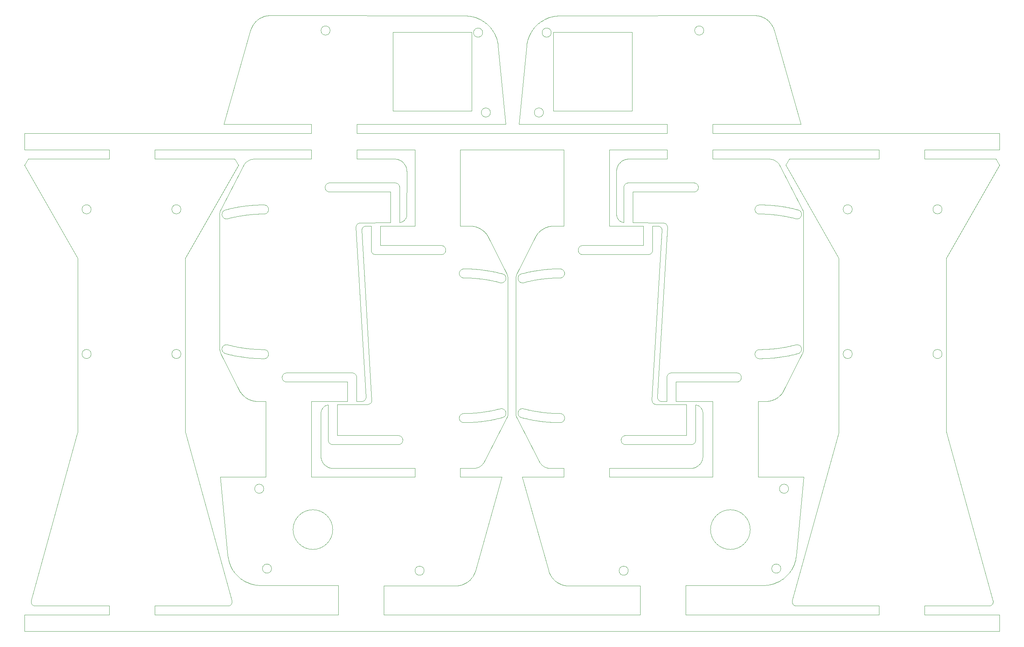
<source format=gbr>
%TF.GenerationSoftware,KiCad,Pcbnew,(6.0.1)*%
%TF.CreationDate,2022-02-27T14:43:08+09:00*%
%TF.ProjectId,ergotonic_f24_parts,6572676f-746f-46e6-9963-5f6632345f70,rev?*%
%TF.SameCoordinates,Original*%
%TF.FileFunction,Profile,NP*%
%FSLAX46Y46*%
G04 Gerber Fmt 4.6, Leading zero omitted, Abs format (unit mm)*
G04 Created by KiCad (PCBNEW (6.0.1)) date 2022-02-27 14:43:08*
%MOMM*%
%LPD*%
G01*
G04 APERTURE LIST*
%ADD10C,0.090000*%
%TA.AperFunction,Profile*%
%ADD11C,0.090000*%
%TD*%
G04 APERTURE END LIST*
D10*
X36556813Y-21958350D02*
X36662369Y-21964985D01*
X36764557Y-21982210D01*
X36862846Y-22009456D01*
X36956707Y-22046155D01*
X37045607Y-22091738D01*
X37129017Y-22145636D01*
X37206405Y-22207279D01*
X37277241Y-22276100D01*
X37340995Y-22351529D01*
X37397134Y-22432998D01*
X37445130Y-22519938D01*
X37484451Y-22611780D01*
X37514566Y-22707955D01*
X37534945Y-22807894D01*
X37545056Y-22911029D01*
X37544371Y-23016791D01*
X28241041Y-6475961D02*
X28086625Y-6479866D01*
X27934238Y-6491456D01*
X27784067Y-6510543D01*
X27636301Y-6536938D01*
X27491129Y-6570452D01*
X27348740Y-6610896D01*
X27209321Y-6658082D01*
X27073062Y-6711821D01*
X26940150Y-6771925D01*
X26810776Y-6838204D01*
X26685127Y-6910471D01*
X26563392Y-6988536D01*
X26445759Y-7072211D01*
X26332418Y-7161307D01*
X26223556Y-7255636D01*
X26119362Y-7355009D01*
X26020026Y-7459237D01*
X25925735Y-7568132D01*
X25836678Y-7681504D01*
X25753043Y-7799166D01*
X25675020Y-7920929D01*
X25602797Y-8046603D01*
X25536563Y-8176001D01*
X25476505Y-8308934D01*
X25422813Y-8445213D01*
X25375676Y-8584649D01*
X25335281Y-8727053D01*
X25301818Y-8872238D01*
X25275475Y-9020015D01*
X25256440Y-9170194D01*
X25244903Y-9322587D01*
X25241052Y-9477006D01*
X-31878222Y-22693145D02*
X-31878222Y-27398543D01*
X-69062643Y-20954647D02*
X-68971058Y-20951416D01*
X-68881558Y-20941366D01*
X-68785849Y-20921795D01*
X-68777303Y-20919550D01*
D11*
X-28830080Y24173931D02*
X-9780080Y24173920D01*
D10*
X11476151Y28137365D02*
X11092497Y28127412D01*
X10713248Y28099578D01*
X10338838Y28054256D01*
X9969698Y27991840D01*
X9606263Y27912724D01*
X9248964Y27817303D01*
X8898235Y27705971D01*
X8554508Y27579121D01*
X8218216Y27437148D01*
X7889793Y27280445D01*
X7569671Y27109408D01*
X7258282Y26924429D01*
X6956060Y26725904D01*
X6663438Y26514226D01*
X6380849Y26289789D01*
X6108724Y26052988D01*
X5847498Y25804215D01*
X5597603Y25543867D01*
X5359472Y25272336D01*
X5133538Y24990017D01*
X4920234Y24697303D01*
X4719992Y24394590D01*
X4533245Y24082270D01*
X4360427Y23760739D01*
X4201970Y23430390D01*
X4058307Y23091617D01*
X3929871Y22744814D01*
X3817094Y22390376D01*
X3720411Y22028696D01*
X3640252Y21660169D01*
X3577052Y21285189D01*
X3531244Y20904150D01*
D11*
X64981244Y-105599237D02*
G75*
G03*
X64981244Y-105599237I-1100000J0D01*
G01*
D10*
X-117850881Y-4275966D02*
X-97375043Y-4275966D01*
X-60033791Y-52570881D02*
X-60003862Y-52567866D01*
X2215708Y-34266927D02*
X2215708Y-34266927D01*
X30986976Y-116795821D02*
X-30987385Y-116795821D01*
X-1516180Y-35327420D02*
X-1521859Y-35439890D01*
X-1538528Y-35549110D01*
X-1565634Y-35654529D01*
X-1602624Y-35755593D01*
X-1648946Y-35851748D01*
X-1704045Y-35942443D01*
X-1767369Y-36027124D01*
X-1838366Y-36105239D01*
X-1916481Y-36176235D01*
X-2001163Y-36239558D01*
X-2091858Y-36294656D01*
X-2188013Y-36340976D01*
X-2289076Y-36377965D01*
X-2394492Y-36405070D01*
X-2503710Y-36421738D01*
X-2616177Y-36427418D01*
X37394810Y-59245264D02*
X37394810Y-59229546D01*
X2217786Y-69020221D02*
X2217786Y-69020221D01*
X-86375089Y-116795821D02*
X-86375089Y-114600175D01*
X-60001784Y-17570207D02*
X-60302061Y-17571439D01*
X-60601749Y-17575130D01*
X-60900839Y-17581268D01*
X-61199322Y-17589843D01*
X-61497189Y-17600844D01*
X-61794431Y-17614260D01*
X-62091039Y-17630081D01*
X-62387005Y-17648297D01*
X-62682318Y-17668896D01*
X-62976972Y-17691867D01*
X-63270956Y-17717201D01*
X-63564261Y-17744886D01*
X-63856879Y-17774912D01*
X-64148801Y-17807268D01*
X-64440018Y-17841943D01*
X-64730521Y-17878927D01*
X-65020301Y-17918210D01*
X-65309350Y-17959780D01*
X-65597657Y-18003626D01*
X-65885215Y-18049739D01*
X-66172014Y-18098107D01*
X-66458046Y-18148720D01*
X-66743301Y-18201567D01*
X-67027772Y-18256638D01*
X-67311448Y-18313922D01*
X-67594320Y-18373407D01*
X-67876381Y-18435084D01*
X-68157621Y-18498942D01*
X-68438031Y-18564970D01*
X-68717603Y-18633158D01*
X-68996326Y-18703494D01*
X-69274194Y-18775969D01*
X69068387Y-53565609D02*
X69103635Y-53556781D01*
X-69311519Y-53556781D02*
X-69348877Y-53547436D01*
X70538158Y-83435971D02*
X59521991Y-83435971D01*
X67751743Y-113334211D02*
X67726356Y-113453370D01*
X67715624Y-113571440D01*
X67718851Y-113687510D01*
X67735345Y-113800669D01*
X67764412Y-113910008D01*
X67805359Y-114014615D01*
X67857494Y-114113581D01*
X67920122Y-114205994D01*
X67992550Y-114290945D01*
X68074085Y-114367523D01*
X68164035Y-114434817D01*
X68261704Y-114491918D01*
X68366401Y-114537915D01*
X68477432Y-114571897D01*
X68594104Y-114592953D01*
X68715724Y-114600175D01*
X-2404628Y-34248740D02*
X-2369380Y-34257568D01*
X11560724Y-33042992D02*
X11260446Y-33044224D01*
X10960758Y-33047915D01*
X10661668Y-33054053D01*
X10363185Y-33062628D01*
X10065318Y-33073629D01*
X9768076Y-33087045D01*
X9471467Y-33102866D01*
X9175502Y-33121082D01*
X8880188Y-33141681D01*
X8585535Y-33164652D01*
X8291551Y-33189986D01*
X7998245Y-33217671D01*
X7705627Y-33247697D01*
X7413705Y-33280053D01*
X7122488Y-33314728D01*
X6831985Y-33351712D01*
X6542205Y-33390995D01*
X6253157Y-33432565D01*
X5964849Y-33476411D01*
X5677291Y-33522524D01*
X5390492Y-33570892D01*
X5104460Y-33621505D01*
X4819205Y-33674352D01*
X4534735Y-33729423D01*
X4251059Y-33786707D01*
X3968186Y-33846192D01*
X3686125Y-33907869D01*
X3404885Y-33971727D01*
X3124475Y-34037755D01*
X2844904Y-34105943D01*
X2566181Y-34176279D01*
X2288314Y-34248754D01*
X-44461003Y-74500362D02*
X-44461003Y-74475062D01*
X70472356Y-52395725D02*
X70472356Y-19993073D01*
X69817810Y1924021D02*
X63401621Y24605819D01*
X69954757Y-19854650D02*
X69949077Y-19967119D01*
X69932408Y-20076340D01*
X69905302Y-20181758D01*
X69868312Y-20282822D01*
X69821990Y-20378978D01*
X69766891Y-20469672D01*
X69703567Y-20554354D01*
X69632570Y-20632468D01*
X69554454Y-20703464D01*
X69469773Y-20766787D01*
X69379077Y-20821885D01*
X69282922Y-20868205D01*
X69181860Y-20905194D01*
X69076443Y-20932299D01*
X68967225Y-20948967D01*
X68854759Y-20954647D01*
X9267996Y-81338381D02*
X12499969Y-81338381D01*
X884356Y-35418639D02*
X884356Y-67821291D01*
X-86375046Y-6475961D02*
X-86375046Y-4275966D01*
X-2901517Y-36392321D02*
X-3163494Y-36323423D01*
X-3426288Y-36256558D01*
X-3689891Y-36191735D01*
X-3954294Y-36128964D01*
X-4219488Y-36068254D01*
X-4485465Y-36009615D01*
X-4752216Y-35953056D01*
X-5019732Y-35898588D01*
X-5288004Y-35846220D01*
X-5557025Y-35795961D01*
X-5826784Y-35747821D01*
X-6097274Y-35701810D01*
X-6368486Y-35657938D01*
X-6640411Y-35616213D01*
X-6913040Y-35576646D01*
X-7186366Y-35539247D01*
X-7460378Y-35504024D01*
X-7735068Y-35470988D01*
X-8010429Y-35440148D01*
X-8286450Y-35411514D01*
X-8563124Y-35385096D01*
X-8840441Y-35360903D01*
X-9118394Y-35338944D01*
X-9396972Y-35319230D01*
X-9676169Y-35301770D01*
X-9955974Y-35286573D01*
X-10236380Y-35273650D01*
X-10517377Y-35263010D01*
X-10798957Y-35254662D01*
X-11081111Y-35248616D01*
X-11363831Y-35244883D01*
X-11647108Y-35243471D01*
X59521991Y-65121197D02*
X61297852Y-65121197D01*
X62088695Y-6475961D02*
X48499990Y-6475961D01*
X-11677037Y-35246486D02*
X-11789506Y-35240806D01*
X-11898727Y-35224138D01*
X-12004146Y-35197033D01*
X-12105209Y-35160044D01*
X-12201365Y-35113724D01*
X-12292060Y-35058626D01*
X-12376741Y-34995303D01*
X-12454856Y-34924307D01*
X-12525851Y-34846193D01*
X-12589174Y-34761511D01*
X-12644272Y-34670817D01*
X-12690592Y-34574661D01*
X-12727582Y-34473597D01*
X-12754687Y-34368179D01*
X-12771355Y-34258958D01*
X-12777035Y-34146489D01*
X-17152937Y-29598538D02*
X-33003520Y-29598538D01*
X-55602678Y-59290524D02*
X-55597129Y-59180640D01*
X-55580843Y-59073931D01*
X-55554360Y-58970936D01*
X-55518220Y-58872196D01*
X-55472964Y-58778250D01*
X-55419131Y-58689640D01*
X-55357263Y-58606904D01*
X-55287898Y-58530584D01*
X-55211578Y-58461219D01*
X-55128842Y-58399351D01*
X-55040232Y-58345518D01*
X-54946286Y-58300262D01*
X-54847546Y-58264122D01*
X-54744551Y-58237639D01*
X-54637842Y-58221353D01*
X-54527959Y-58215805D01*
X2499864Y-36427432D02*
X2591448Y-36424201D01*
X2680948Y-36414151D01*
X2776657Y-36394580D01*
X2785204Y-36392335D01*
X37394810Y-59290524D02*
X37394810Y-59245264D01*
X-41987381Y-109692163D02*
X-41987381Y-116795821D01*
X70472356Y-19993073D02*
X70472214Y-19875942D01*
X70471252Y-19781703D01*
X70468738Y-19683727D01*
X70463935Y-19583582D01*
X70456105Y-19482835D01*
X70444510Y-19383054D01*
X70428415Y-19285806D01*
X70407080Y-19192659D01*
X70379770Y-19105180D01*
X70332787Y-19000068D01*
X-68779381Y-51422027D02*
X-68779381Y-51422027D01*
X2215708Y-34266927D02*
X2129231Y-34293958D01*
X2005616Y-34347008D01*
X1890307Y-34414103D01*
X1784412Y-34494168D01*
X1689041Y-34586128D01*
X1605301Y-34688907D01*
X1534300Y-34801429D01*
X1477148Y-34922618D01*
X1447288Y-35007695D01*
X1424403Y-35095828D01*
X1408823Y-35186697D01*
X1400875Y-35279984D01*
X1399867Y-35327435D01*
X-78955430Y-72725987D02*
X-78977422Y-72634350D01*
X-78993180Y-72541550D01*
X-79002665Y-72447903D01*
X-79005836Y-72353723D01*
X115295654Y-114600175D02*
X115417273Y-114592953D01*
X115533944Y-114571897D01*
X115644974Y-114537915D01*
X115749670Y-114491918D01*
X115847338Y-114434817D01*
X115937286Y-114367523D01*
X116018820Y-114290945D01*
X116091247Y-114205994D01*
X116153874Y-114113581D01*
X116206008Y-114014615D01*
X116246955Y-113910008D01*
X116276023Y-113800669D01*
X116292518Y-113687510D01*
X116295747Y-113571440D01*
X116285017Y-113453370D01*
X116259635Y-113334211D01*
X2787282Y-66894813D02*
X3049259Y-66963710D01*
X3312053Y-67030575D01*
X3575656Y-67095398D01*
X3840059Y-67158170D01*
X4105253Y-67218880D01*
X4371230Y-67277519D01*
X4637980Y-67334077D01*
X4905496Y-67388546D01*
X5173769Y-67440914D01*
X5442789Y-67491173D01*
X5712549Y-67539313D01*
X5983039Y-67585324D01*
X6254250Y-67629196D01*
X6526175Y-67670921D01*
X6798805Y-67710488D01*
X7072130Y-67747888D01*
X7346142Y-67783110D01*
X7620832Y-67816146D01*
X7896193Y-67846986D01*
X8172214Y-67875620D01*
X8448888Y-67902039D01*
X8726205Y-67926232D01*
X9004158Y-67948191D01*
X9282736Y-67967905D01*
X9561933Y-67985366D01*
X9841738Y-68000562D01*
X10122144Y-68013486D01*
X10403141Y-68024126D01*
X10684721Y-68032474D01*
X10966875Y-68038519D01*
X11249595Y-68042253D01*
X11532872Y-68043666D01*
X-55602678Y-59341102D02*
X-55602678Y-59290524D01*
X-12777035Y-34146489D02*
X-12771355Y-34034022D01*
X-12754687Y-33924804D01*
X-12727582Y-33819387D01*
X-12690593Y-33718325D01*
X-12644273Y-33622170D01*
X-12589175Y-33531474D01*
X-12525852Y-33446793D01*
X-12454856Y-33368677D01*
X-12376742Y-33297680D01*
X-12292060Y-33234356D01*
X-12201366Y-33179257D01*
X-12105210Y-33132936D01*
X-12004146Y-33095945D01*
X-11898728Y-33068839D01*
X-11789507Y-33052170D01*
X-11677038Y-33046491D01*
X23500008Y-4275966D02*
X37499994Y-4275966D01*
X68569419Y-20919550D02*
X68307441Y-20850652D01*
X68044647Y-20783787D01*
X67781044Y-20718964D01*
X67516641Y-20656192D01*
X67251447Y-20595482D01*
X66985470Y-20536843D01*
X66718720Y-20480285D01*
X66451204Y-20425816D01*
X66182931Y-20373448D01*
X65913911Y-20323189D01*
X65644151Y-20275049D01*
X65373661Y-20229038D01*
X65102450Y-20185166D01*
X64830525Y-20143441D01*
X64557895Y-20103874D01*
X64284570Y-20066474D01*
X64010558Y-20031252D01*
X63735868Y-19998216D01*
X63460507Y-19967376D01*
X63184486Y-19938742D01*
X62907812Y-19912323D01*
X62630495Y-19888130D01*
X62352542Y-19866171D01*
X62073964Y-19846457D01*
X61794767Y-19828996D01*
X61514962Y-19813800D01*
X61234556Y-19800876D01*
X60953559Y-19790236D01*
X60671979Y-19781888D01*
X60389825Y-19775843D01*
X60107105Y-19772109D01*
X59823829Y-19770697D01*
X43115650Y-81338381D02*
X43270067Y-81334475D01*
X43422456Y-81322885D01*
X43572628Y-81303798D01*
X43720395Y-81277403D01*
X43865568Y-81243889D01*
X44007958Y-81203445D01*
X44147378Y-81156259D01*
X44283638Y-81102520D01*
X44416549Y-81042416D01*
X44545924Y-80976137D01*
X44671573Y-80903870D01*
X44793309Y-80825805D01*
X44910941Y-80742130D01*
X45024283Y-80653034D01*
X45133145Y-80558705D01*
X45237338Y-80459332D01*
X45336675Y-80355104D01*
X45430966Y-80246209D01*
X45520023Y-80132837D01*
X45603658Y-80015175D01*
X45681681Y-79893412D01*
X45753904Y-79767738D01*
X45820139Y-79638340D01*
X45880197Y-79505407D01*
X45933890Y-79369129D01*
X45981028Y-79229693D01*
X46021424Y-79087288D01*
X46054888Y-78942103D01*
X46081232Y-78794327D01*
X46100268Y-78644148D01*
X46111807Y-78491755D01*
X46115661Y-78337337D01*
X17036600Y-27398543D02*
X31761907Y-27398543D01*
X-69348877Y-53547436D02*
X-69348877Y-53547436D01*
X11532872Y-68043666D02*
X11562801Y-68040651D01*
X13674833Y-109756780D02*
X30986976Y-109717269D01*
X48499990Y-4275966D02*
X88727379Y-4275966D01*
X41986972Y-116795821D02*
X41986972Y-109692163D01*
X78955387Y-72726073D02*
X67751743Y-113334211D01*
X-34078217Y-28584797D02*
X-34078217Y-28569079D01*
X-26461003Y-74449784D02*
X-26461003Y-74500341D01*
D11*
X82249762Y-53671375D02*
G75*
G03*
X82249762Y-53671375I-1100000J0D01*
G01*
D10*
X117850838Y-275974D02*
X48499990Y-275974D01*
X-54527981Y-60415800D02*
X-54637863Y-60410251D01*
X-54744572Y-60393966D01*
X-54847566Y-60367484D01*
X-54946305Y-60331345D01*
X-55040249Y-60286091D01*
X-55128857Y-60232260D01*
X-55211591Y-60170393D01*
X-55287909Y-60101031D01*
X-55357272Y-60024712D01*
X-55419138Y-59941979D01*
X-55472969Y-59853370D01*
X-55518224Y-59759426D01*
X-55554362Y-59660687D01*
X-55580844Y-59557693D01*
X-55597129Y-59450984D01*
X-55602678Y-59341102D01*
X-46231954Y-78337337D02*
X-46228100Y-78491755D01*
X-46216562Y-78644148D01*
X-46197526Y-78794327D01*
X-46171181Y-78942103D01*
X-46137717Y-79087288D01*
X-46097321Y-79229693D01*
X-46050183Y-79369129D01*
X-45996491Y-79505407D01*
X-45936433Y-79638340D01*
X-45870198Y-79767738D01*
X-45797974Y-79893412D01*
X-45719951Y-80015175D01*
X-45636317Y-80132837D01*
X-45547260Y-80246209D01*
X-45452969Y-80355104D01*
X-45353632Y-80459332D01*
X-45249438Y-80558705D01*
X-45140577Y-80653034D01*
X-45027235Y-80742130D01*
X-44909602Y-80825805D01*
X-44787867Y-80903870D01*
X-44662218Y-80976137D01*
X-44532843Y-81042416D01*
X-44399931Y-81102520D01*
X-44263671Y-81156259D01*
X-44124252Y-81203445D01*
X-43981861Y-81243889D01*
X-43836688Y-81277403D01*
X-43688921Y-81303798D01*
X-43538749Y-81322885D01*
X-43386360Y-81334475D01*
X-43231943Y-81338381D01*
X-105005585Y-72353788D02*
X-105008758Y-72447971D01*
X-105018251Y-72541626D01*
X-105034016Y-72634433D01*
X-105056012Y-72726073D01*
X-117850881Y-116795821D02*
X-117850881Y-120795835D01*
X37400947Y-59229546D02*
X37411964Y-59125120D01*
X37432622Y-59023888D01*
X37462447Y-58926340D01*
X37500968Y-58832963D01*
X37547712Y-58744248D01*
X37602207Y-58660682D01*
X37663980Y-58582755D01*
X37732559Y-58510955D01*
X37807471Y-58445771D01*
X37888244Y-58387693D01*
X37974406Y-58337208D01*
X38065483Y-58294806D01*
X38161005Y-58260976D01*
X38260498Y-58236207D01*
X38363489Y-58220987D01*
X38469508Y-58215805D01*
X88727379Y-4275966D02*
X88727379Y-6475961D01*
X-64900044Y-7985344D02*
X-70540655Y-19000068D01*
X-68777303Y-20919550D02*
X-68777303Y-20919550D01*
X-8852517Y-106117791D02*
X-2436285Y-83435992D01*
X-44145152Y-12239283D02*
X-28294569Y-12239283D01*
X11562801Y-70244156D02*
X11262523Y-70242923D01*
X10962835Y-70239232D01*
X10663745Y-70233094D01*
X10365262Y-70224519D01*
X10067395Y-70213518D01*
X9770153Y-70200102D01*
X9473545Y-70184281D01*
X9177579Y-70166065D01*
X8882266Y-70145466D01*
X8587612Y-70122495D01*
X8293628Y-70097161D01*
X8000323Y-70069476D01*
X7707705Y-70039450D01*
X7415783Y-70007094D01*
X7124566Y-69972419D01*
X6834063Y-69935435D01*
X6544283Y-69896152D01*
X6255235Y-69854582D01*
X5966927Y-69810736D01*
X5679369Y-69764623D01*
X5392570Y-69716255D01*
X5106538Y-69665642D01*
X4821283Y-69612795D01*
X4536813Y-69557724D01*
X4253137Y-69500440D01*
X3970264Y-69440955D01*
X3688203Y-69379278D01*
X3406963Y-69315420D01*
X3126553Y-69249392D01*
X2846982Y-69181204D01*
X2568259Y-69110868D01*
X2290392Y-69038394D01*
X99727375Y-6475961D02*
X99727375Y-4275966D01*
X-12499991Y-22693124D02*
X-12499991Y-4275966D01*
X-13675134Y-109756780D02*
X-13465818Y-109752911D01*
X-13258287Y-109740449D01*
X-13052741Y-109719544D01*
X-12849378Y-109690346D01*
X-12648400Y-109653007D01*
X-12450005Y-109607677D01*
X-12254392Y-109554507D01*
X-12061763Y-109493647D01*
X-11872315Y-109425248D01*
X-11686250Y-109349460D01*
X-11503766Y-109266435D01*
X-11325063Y-109176323D01*
X-11150341Y-109079274D01*
X-10979800Y-108975439D01*
X-10813639Y-108864970D01*
X-10652057Y-108748016D01*
X-10495255Y-108624728D01*
X-10343432Y-108495256D01*
X-10196788Y-108359753D01*
X-10055522Y-108218367D01*
X-9919834Y-108071250D01*
X-9789924Y-107918553D01*
X-9665992Y-107760426D01*
X-9548236Y-107597019D01*
X-9436856Y-107428484D01*
X-9332053Y-107254971D01*
X-9234026Y-107076630D01*
X-9142975Y-106893613D01*
X-9059098Y-106706070D01*
X-8982597Y-106514151D01*
X-8913670Y-106318008D01*
X-8852517Y-106117791D01*
D11*
X-5230931Y4758627D02*
G75*
G03*
X-5230931Y4758627I-1100000J0D01*
G01*
D10*
X1399867Y-35327435D02*
X1405546Y-35439904D01*
X1422215Y-35549125D01*
X1449321Y-35654543D01*
X1486311Y-35755607D01*
X1532633Y-35851763D01*
X1587732Y-35942457D01*
X1651056Y-36027139D01*
X1722053Y-36105253D01*
X1800168Y-36176249D01*
X1884850Y-36239572D01*
X1975545Y-36294670D01*
X2071700Y-36340990D01*
X2172763Y-36377979D01*
X2278179Y-36405084D01*
X2387397Y-36421752D01*
X2499864Y-36427432D01*
X60774370Y-109649293D02*
X61158152Y-109639332D01*
X61537525Y-109611479D01*
X61912055Y-109566126D01*
X62281310Y-109503670D01*
X62644854Y-109424504D01*
X63002257Y-109329022D01*
X63353084Y-109217621D01*
X63696901Y-109090693D01*
X64033277Y-108948633D01*
X64361778Y-108791837D01*
X64681971Y-108620699D01*
X64993422Y-108435612D01*
X65295698Y-108236973D01*
X65588366Y-108025175D01*
X65870994Y-107800612D01*
X66143147Y-107563680D01*
X66404392Y-107314773D01*
X66654297Y-107054286D01*
X66892428Y-106782613D01*
X67118353Y-106500148D01*
X67331637Y-106207286D01*
X67531847Y-105904422D01*
X67718551Y-105591951D01*
X67891316Y-105270266D01*
X68049708Y-104939763D01*
X68193293Y-104600835D01*
X68321639Y-104253878D01*
X68434313Y-103899287D01*
X68530881Y-103537454D01*
X68610911Y-103168776D01*
X68673968Y-102793647D01*
X68719621Y-102412461D01*
X-70540655Y-19000068D02*
X-70587639Y-19105180D01*
X-70614949Y-19192659D01*
X-70636283Y-19285806D01*
X-70652379Y-19383054D01*
X-70663973Y-19482835D01*
X-70671804Y-19583582D01*
X-70676607Y-19683727D01*
X-70679121Y-19781703D01*
X-70680083Y-19875942D01*
X-70680225Y-19993073D01*
X48499990Y1924043D02*
X69817810Y1924021D01*
X-65844560Y-62606062D02*
X-65758821Y-62750137D01*
X-65668717Y-62890654D01*
X-65574363Y-63027546D01*
X-65475874Y-63160746D01*
X-65373365Y-63290188D01*
X-65266951Y-63415805D01*
X-65156746Y-63537530D01*
X-65042865Y-63655298D01*
X-64925423Y-63769041D01*
X-64804536Y-63878692D01*
X-64680317Y-63984186D01*
X-64552883Y-64085456D01*
X-64422347Y-64182435D01*
X-64288825Y-64275056D01*
X-64152431Y-64363253D01*
X-64013281Y-64446959D01*
X-63871489Y-64526108D01*
X-63727170Y-64600633D01*
X-63580440Y-64670468D01*
X-63431412Y-64735546D01*
X-63280202Y-64795800D01*
X-63126924Y-64851164D01*
X-62971694Y-64901572D01*
X-62814627Y-64946955D01*
X-62655836Y-64987249D01*
X-62495438Y-65022387D01*
X-62333548Y-65052301D01*
X-62170279Y-65076926D01*
X-62005746Y-65096194D01*
X-61840066Y-65110040D01*
X-61673352Y-65118396D01*
X-61505720Y-65121197D01*
D11*
X-60020449Y-86270574D02*
G75*
G03*
X-60020449Y-86270574I-1100000J0D01*
G01*
D10*
X-61505720Y-65121197D02*
X-59522400Y-65121197D01*
X-115295676Y-114600175D02*
X-97375086Y-114600175D01*
X33812342Y-64797552D02*
X36217729Y-23751651D01*
X-38677376Y-58215805D02*
X-38571357Y-58220987D01*
X-38468366Y-58236207D01*
X-38368873Y-58260976D01*
X-38273351Y-58294806D01*
X-38182274Y-58337208D01*
X-38096112Y-58387693D01*
X-38015339Y-58445771D01*
X-37940427Y-58510955D01*
X-37871848Y-58582755D01*
X-37810075Y-58660682D01*
X-37755581Y-58744248D01*
X-37708837Y-58832963D01*
X-37670316Y-58926340D01*
X-37640490Y-59023888D01*
X-37619833Y-59125120D01*
X-37608816Y-59229546D01*
X43937284Y-14439278D02*
X29211998Y-14439278D01*
X25244648Y-19858327D02*
X25246891Y-19953857D01*
X25253553Y-20048239D01*
X25264535Y-20141371D01*
X25279735Y-20233151D01*
X25299055Y-20323479D01*
X25322394Y-20412255D01*
X25349652Y-20499376D01*
X25380728Y-20584742D01*
X25415524Y-20668253D01*
X25453938Y-20749806D01*
X25541222Y-20906638D01*
X25641779Y-21054430D01*
X25754810Y-21192375D01*
X25879512Y-21319665D01*
X26015087Y-21435491D01*
X26160733Y-21539047D01*
X26315648Y-21629524D01*
X26396333Y-21669606D01*
X26479034Y-21706115D01*
X26563653Y-21738950D01*
X26650089Y-21768011D01*
X26738242Y-21793196D01*
X26828012Y-21814405D01*
X26919299Y-21831536D01*
X27012003Y-21844489D01*
D11*
X28993584Y5123926D02*
X28993606Y24173926D01*
D10*
X884356Y-67821291D02*
X884497Y-67938421D01*
X885459Y-68032660D01*
X887973Y-68130636D01*
X892776Y-68230781D01*
X900607Y-68331528D01*
X912201Y-68431309D01*
X928296Y-68528557D01*
X949631Y-68621704D01*
X976941Y-68709184D01*
X1023925Y-68814297D01*
X2255144Y-69029566D02*
X2217786Y-69020221D01*
X59793900Y-19773712D02*
X59681430Y-19768032D01*
X59572209Y-19751364D01*
X59466790Y-19724259D01*
X59365727Y-19687269D01*
X59269571Y-19640949D01*
X59178876Y-19585851D01*
X59094195Y-19522528D01*
X59016080Y-19451533D01*
X58945085Y-19373418D01*
X58881762Y-19288737D01*
X58826664Y-19198042D01*
X58780344Y-19101886D01*
X58743354Y-19000823D01*
X58716249Y-18895404D01*
X58699581Y-18786183D01*
X58693902Y-18673714D01*
X-2334088Y-69020207D02*
X-2334088Y-69020207D01*
X2785204Y-36392335D02*
X2785204Y-36392335D01*
D11*
X-43346286Y-96160861D02*
G75*
G03*
X-43346286Y-96160861I-4800000J0D01*
G01*
D10*
X-2903585Y-66894799D02*
X-3165561Y-66963696D01*
X-3428356Y-67030561D01*
X-3691959Y-67095384D01*
X-3956361Y-67158156D01*
X-4221556Y-67218866D01*
X-4487532Y-67277505D01*
X-4754283Y-67334064D01*
X-5021799Y-67388532D01*
X-5290071Y-67440901D01*
X-5559091Y-67491160D01*
X-5828851Y-67539300D01*
X-6099341Y-67585311D01*
X-6370552Y-67629184D01*
X-6642477Y-67670908D01*
X-6915107Y-67710475D01*
X-7188432Y-67747875D01*
X-7462444Y-67783098D01*
X-7737135Y-67816134D01*
X-8012495Y-67846974D01*
X-8288516Y-67875608D01*
X-8565190Y-67902027D01*
X-8842507Y-67926220D01*
X-9120460Y-67948179D01*
X-9399038Y-67967894D01*
X-9678235Y-67985354D01*
X-9958040Y-68000551D01*
X-10238446Y-68013474D01*
X-10519443Y-68024115D01*
X-10801023Y-68032463D01*
X-11083177Y-68038508D01*
X-11365897Y-68042242D01*
X-11649174Y-68043655D01*
X-36334044Y-23751629D02*
X-33928635Y-64797552D01*
X2785204Y-36392335D02*
X3047181Y-36323437D01*
X3309975Y-36256572D01*
X3573578Y-36191749D01*
X3837981Y-36128977D01*
X4103175Y-36068267D01*
X4369152Y-36009628D01*
X4635902Y-35953070D01*
X4903418Y-35898601D01*
X5171691Y-35846233D01*
X5440711Y-35795974D01*
X5710471Y-35747834D01*
X5980961Y-35701823D01*
X6252172Y-35657951D01*
X6524097Y-35616226D01*
X6796727Y-35576659D01*
X7070052Y-35539259D01*
X7344064Y-35504037D01*
X7618754Y-35471001D01*
X7894115Y-35440161D01*
X8170136Y-35411527D01*
X8446810Y-35385108D01*
X8724127Y-35360915D01*
X9002080Y-35338956D01*
X9280658Y-35319242D01*
X9559855Y-35301781D01*
X9839660Y-35286585D01*
X10120066Y-35273661D01*
X10401063Y-35263021D01*
X10682643Y-35254673D01*
X10964797Y-35248628D01*
X11247517Y-35244894D01*
X11530794Y-35243482D01*
X39594805Y-60415800D02*
X39594805Y-65121197D01*
X23499965Y-81338381D02*
X43115650Y-81338381D01*
X105005541Y-72353723D02*
X105005541Y-30484638D01*
X12660721Y-34146499D02*
X12655041Y-34034032D01*
X12638373Y-33924814D01*
X12611268Y-33819398D01*
X12574279Y-33718335D01*
X12527959Y-33622180D01*
X12472861Y-33531485D01*
X12409538Y-33446803D01*
X12338542Y-33368688D01*
X12260428Y-33297691D01*
X12175746Y-33234367D01*
X12085052Y-33179268D01*
X11988896Y-33132946D01*
X11887832Y-33095956D01*
X11782414Y-33068850D01*
X11673193Y-33052181D01*
X11560724Y-33046502D01*
X-1540151Y1924021D02*
X-3367710Y20904107D01*
X68569419Y-20919550D02*
X68569419Y-20919550D01*
X-17152915Y-27398543D02*
X-17043032Y-27404091D01*
X-16936323Y-27420376D01*
X-16833329Y-27446858D01*
X-16734590Y-27482997D01*
X-16640646Y-27528251D01*
X-16552038Y-27582082D01*
X-16469304Y-27643949D01*
X-16392986Y-27713311D01*
X-16323623Y-27789629D01*
X-16261757Y-27872363D01*
X-16207926Y-27960972D01*
X-16162671Y-28054916D01*
X-16126533Y-28153655D01*
X-16100051Y-28256648D01*
X-16083766Y-28363357D01*
X-16078218Y-28473240D01*
X-59522400Y-83435971D02*
X-70538459Y-83435971D01*
X-3367710Y20904107D02*
X-3413518Y21285148D01*
X-3476718Y21660130D01*
X-3556876Y22028659D01*
X-3653560Y22390340D01*
X-3766337Y22744780D01*
X-3894773Y23091584D01*
X-4038436Y23430358D01*
X-4196893Y23760709D01*
X-4369711Y24082241D01*
X-4556457Y24394562D01*
X-4756699Y24697276D01*
X-4970004Y24989990D01*
X-5195938Y25272310D01*
X-5434069Y25543842D01*
X-5683964Y25804191D01*
X-5945190Y26052964D01*
X-6217314Y26289766D01*
X-6499904Y26514203D01*
X-6792526Y26725882D01*
X-7094748Y26924407D01*
X-7406136Y27109386D01*
X-7726259Y27280424D01*
X-8054682Y27437126D01*
X-8390974Y27579099D01*
X-8734701Y27705949D01*
X-9085430Y27817282D01*
X-9442729Y27912703D01*
X-9806164Y27991819D01*
X-10175304Y28054235D01*
X-10549714Y28099557D01*
X-10928963Y28127391D01*
X-11312617Y28137344D01*
X5720021Y-25208280D02*
X1227444Y-34098629D01*
X-79005836Y-72353723D02*
X-79005836Y-30484638D01*
X-11679104Y-68040640D02*
X-11791573Y-68046319D01*
X-11900794Y-68062987D01*
X-12006212Y-68090093D01*
X-12107276Y-68127082D01*
X-12203432Y-68173402D01*
X-12294126Y-68228500D01*
X-12378808Y-68291823D01*
X-12456922Y-68362819D01*
X-12527918Y-68440933D01*
X-12591241Y-68525615D01*
X-12646339Y-68616309D01*
X-12692659Y-68712465D01*
X-12729648Y-68813529D01*
X-12756753Y-68918947D01*
X-12773421Y-69028168D01*
X-12779101Y-69140638D01*
D11*
X-9780080Y24173920D02*
X-9780091Y5123920D01*
D10*
X17036622Y-29598538D02*
X16926738Y-29592989D01*
X16820029Y-29576703D01*
X16717034Y-29550220D01*
X16618294Y-29514080D01*
X16524348Y-29468824D01*
X16435738Y-29414991D01*
X16353002Y-29353123D01*
X16276682Y-29283758D01*
X16207317Y-29207438D01*
X16145449Y-29124702D01*
X16091616Y-29036092D01*
X16046360Y-28942146D01*
X16010220Y-28843406D01*
X15983737Y-28740411D01*
X15967451Y-28633702D01*
X15961903Y-28523819D01*
X-69276272Y-53565609D02*
X-69311519Y-53556781D01*
X-35335763Y-22693145D02*
X-35442144Y-22698722D01*
X-35545202Y-22715071D01*
X-35644391Y-22741613D01*
X-35739167Y-22777772D01*
X-35828985Y-22822970D01*
X-35913301Y-22876629D01*
X-35991570Y-22938174D01*
X-36063248Y-23007025D01*
X-36127790Y-23082607D01*
X-36184652Y-23164341D01*
X-36233289Y-23251651D01*
X-36273157Y-23343959D01*
X-36303710Y-23440688D01*
X-36324406Y-23541261D01*
X-36334698Y-23645100D01*
X-36334044Y-23751629D01*
X37544371Y-23016791D02*
X35138983Y-64062713D01*
X-29419867Y-14439278D02*
X-44145152Y-14439278D01*
X-60003862Y-54767861D02*
X-60003862Y-54771371D01*
X69066309Y-18775969D02*
X69101557Y-18784797D01*
X-70680225Y-52395725D02*
X-70675885Y-52501670D01*
X-70663414Y-52621099D01*
X-70643634Y-52750617D01*
X-70626792Y-52840894D01*
X-70607310Y-52933142D01*
X-70585433Y-53026358D01*
X-70561402Y-53119535D01*
X-70535462Y-53211670D01*
X-70507857Y-53301756D01*
X-70478829Y-53388790D01*
X-70433154Y-53511417D01*
X-70385649Y-53621522D01*
X-70337136Y-53715713D01*
D11*
X9472587Y24087324D02*
G75*
G03*
X9472587Y24087324I-1100000J0D01*
G01*
D10*
X-37752239Y-23016791D02*
X-37752928Y-22911029D01*
X-37742820Y-22807894D01*
X-37722444Y-22707955D01*
X-37692331Y-22611780D01*
X-37653012Y-22519938D01*
X-37605018Y-22432998D01*
X-37548879Y-22351529D01*
X-37485126Y-22276100D01*
X-37414289Y-22207279D01*
X-37336900Y-22145636D01*
X-37253489Y-22091738D01*
X-37164587Y-22046155D01*
X-37070724Y-22009456D01*
X-36972432Y-21982210D01*
X-36870240Y-21964985D01*
X-36764681Y-21958350D01*
X-48499990Y-275974D02*
X-117850881Y-275974D01*
X105005541Y-30484638D02*
X117850838Y-7971542D01*
X117850838Y-120795835D02*
X117850838Y-116795821D01*
X37499994Y-6475961D02*
X28241041Y-6475961D01*
X-58903864Y-53667864D02*
X-58909543Y-53780330D01*
X-58926211Y-53889548D01*
X-58953316Y-53994964D01*
X-58990306Y-54096027D01*
X-59036626Y-54192182D01*
X-59091724Y-54282877D01*
X-59155047Y-54367559D01*
X-59226042Y-54445674D01*
X-59304157Y-54516671D01*
X-59388838Y-54579995D01*
X-59479533Y-54635094D01*
X-59575689Y-54681416D01*
X-59676752Y-54718406D01*
X-59782171Y-54745512D01*
X-59891392Y-54762181D01*
X-60003862Y-54767861D01*
X3531244Y20904150D02*
X1703643Y1924064D01*
X11562801Y-70240646D02*
X11562801Y-70244156D01*
X-79005836Y-30484638D02*
X-66160540Y-7971542D01*
X2501942Y-66859716D02*
X2593526Y-66862946D01*
X2683026Y-66872996D01*
X2778735Y-66892567D01*
X2787282Y-66894813D01*
X-10175176Y-22693124D02*
X-12499991Y-22693124D01*
X-42261008Y-65934800D02*
X-42261008Y-73375065D01*
X45012003Y-13364559D02*
X45006454Y-13474445D01*
X44990168Y-13581157D01*
X44963685Y-13684153D01*
X44927545Y-13782895D01*
X44882289Y-13876841D01*
X44828456Y-13965452D01*
X44766588Y-14048187D01*
X44697223Y-14124506D01*
X44620903Y-14193869D01*
X44538167Y-14255737D01*
X44449557Y-14309568D01*
X44355611Y-14354823D01*
X44256871Y-14390962D01*
X44153876Y-14417444D01*
X44047167Y-14433729D01*
X43937284Y-14439278D01*
X-2616177Y-36427418D02*
X-2707761Y-36424187D01*
X-2797261Y-36414137D01*
X-2892970Y-36394566D01*
X-2901517Y-36392321D01*
X-86375089Y-114600175D02*
X-68715745Y-114600175D01*
X-44461003Y-74449784D02*
X-44461003Y-65969854D01*
D11*
X57585229Y-96160861D02*
G75*
G03*
X57585229Y-96160861I-4800000J0D01*
G01*
D10*
X-12499991Y-4275966D02*
X12499991Y-4275966D01*
X-70337136Y-53715713D02*
X-65844560Y-62606062D01*
X-28448931Y-6475961D02*
X-37499994Y-6475961D01*
X-69654319Y1924107D02*
X-48499990Y1924086D01*
X44344709Y-74449784D02*
X44344709Y-74475062D01*
X-70162641Y-19854650D02*
X-70156961Y-19967119D01*
X-70140292Y-20076340D01*
X-70113186Y-20181758D01*
X-70076196Y-20282822D01*
X-70029874Y-20378978D01*
X-69974775Y-20469672D01*
X-69911451Y-20554354D01*
X-69840454Y-20632468D01*
X-69762338Y-20703464D01*
X-69677657Y-20766787D01*
X-69586961Y-20821885D01*
X-69490806Y-20868205D01*
X-69389744Y-20905194D01*
X-69284327Y-20932299D01*
X-69175109Y-20948967D01*
X-69062643Y-20954647D01*
X32887204Y-29598538D02*
X17036622Y-29598538D01*
X-44145152Y-14439278D02*
X-44255035Y-14433729D01*
X-44361744Y-14417444D01*
X-44464739Y-14390962D01*
X-44563479Y-14354823D01*
X-44657425Y-14309568D01*
X-44746035Y-14255737D01*
X-44828771Y-14193869D01*
X-44905091Y-14124506D01*
X-44974456Y-14048187D01*
X-45036324Y-13965452D01*
X-45090157Y-13876841D01*
X-45135413Y-13782895D01*
X-45171553Y-13684153D01*
X-45198036Y-13581157D01*
X-45214322Y-13474445D01*
X-45219871Y-13364559D01*
X-48522404Y-83435971D02*
X-48522404Y-65121197D01*
X-68777303Y-20919550D02*
X-68515325Y-20850652D01*
X-68252531Y-20783787D01*
X-67988928Y-20718964D01*
X-67724525Y-20656192D01*
X-67459331Y-20595482D01*
X-67193354Y-20536843D01*
X-66926604Y-20480285D01*
X-66659088Y-20425816D01*
X-66390815Y-20373448D01*
X-66121795Y-20323189D01*
X-65852035Y-20275049D01*
X-65581545Y-20229038D01*
X-65310334Y-20185166D01*
X-65038409Y-20143441D01*
X-64765779Y-20103874D01*
X-64492454Y-20066474D01*
X-64218442Y-20031252D01*
X-63943752Y-19998216D01*
X-63668391Y-19967376D01*
X-63392370Y-19938742D01*
X-63115696Y-19912323D01*
X-62838379Y-19888130D01*
X-62560426Y-19866171D01*
X-62281848Y-19846457D01*
X-62002651Y-19828996D01*
X-61722846Y-19813800D01*
X-61442440Y-19800876D01*
X-61161443Y-19790236D01*
X-60879863Y-19781888D01*
X-60597709Y-19775843D01*
X-60314989Y-19772109D01*
X-60031713Y-19770697D01*
X37394810Y-59229546D02*
X37400947Y-59229546D01*
X-11312617Y28137344D02*
X-58415470Y28244874D01*
X59521991Y-83435971D02*
X59521991Y-65121197D01*
D11*
X82249762Y-18671375D02*
G75*
G03*
X82249762Y-18671375I-1100000J0D01*
G01*
D10*
X-26461003Y-74500341D02*
X-26466551Y-74610223D01*
X-26482837Y-74716932D01*
X-26509320Y-74819927D01*
X-26545460Y-74918668D01*
X-26590716Y-75012613D01*
X-26644549Y-75101224D01*
X-26706417Y-75183960D01*
X-26775782Y-75260280D01*
X-26852102Y-75329644D01*
X-26934838Y-75391513D01*
X-27023448Y-75445346D01*
X-27117394Y-75490602D01*
X-27216134Y-75526742D01*
X-27319129Y-75553225D01*
X-27425838Y-75569511D01*
X-27535722Y-75575060D01*
X26344710Y-74500341D02*
X26344710Y-74449784D01*
X-37608816Y-59229546D02*
X-37602679Y-59229546D01*
D11*
X-80049595Y-18671375D02*
G75*
G03*
X-80049595Y-18671375I-1100000J0D01*
G01*
D10*
X68854759Y-20954647D02*
X68763174Y-20951416D01*
X68673674Y-20941366D01*
X68577965Y-20921795D01*
X68569419Y-20919550D01*
X-23500030Y-81338360D02*
X-23500030Y-83435992D01*
X-1343759Y-34098608D02*
X-5836336Y-25208259D01*
X-69348877Y-53547436D02*
X-69435353Y-53520404D01*
X-69558968Y-53467354D01*
X-69674277Y-53400259D01*
X-69780172Y-53320194D01*
X-69875544Y-53228234D01*
X-69959284Y-53125455D01*
X-70030284Y-53012933D01*
X-70087437Y-52891744D01*
X-70117297Y-52806667D01*
X-70140182Y-52718534D01*
X-70155762Y-52627665D01*
X-70163710Y-52534378D01*
X-70164719Y-52486928D01*
X-12500012Y-81338360D02*
X-9384289Y-81338360D01*
X105055948Y-72725987D02*
X105033964Y-72634350D01*
X105018204Y-72541550D01*
X105008714Y-72447903D01*
X105005541Y-72353723D01*
D11*
X103961800Y-53671375D02*
G75*
G03*
X103961800Y-53671375I-1100000J0D01*
G01*
D10*
X116982287Y-6475961D02*
X99727375Y-6475961D01*
X68571497Y-51422027D02*
X68309519Y-51490924D01*
X68046725Y-51557789D01*
X67783122Y-51622612D01*
X67518719Y-51685384D01*
X67253525Y-51746094D01*
X66987548Y-51804733D01*
X66720798Y-51861292D01*
X66453282Y-51915760D01*
X66185009Y-51968129D01*
X65915989Y-52018388D01*
X65646229Y-52066527D01*
X65375739Y-52112539D01*
X65104528Y-52156411D01*
X64832603Y-52198136D01*
X64559973Y-52237703D01*
X64286648Y-52275103D01*
X64012636Y-52310325D01*
X63737946Y-52343361D01*
X63462585Y-52374201D01*
X63186564Y-52402835D01*
X62909890Y-52429254D01*
X62632573Y-52453447D01*
X62354620Y-52475406D01*
X62076042Y-52495120D01*
X61796845Y-52512581D01*
X61517040Y-52527777D01*
X61236634Y-52540701D01*
X60955637Y-52551341D01*
X60674057Y-52559689D01*
X60391903Y-52565734D01*
X60109183Y-52569468D01*
X59825907Y-52570881D01*
X33961902Y-22693145D02*
X33961902Y-28473240D01*
X-60003862Y-54771371D02*
X-60304139Y-54770138D01*
X-60603827Y-54766447D01*
X-60902917Y-54760309D01*
X-61201400Y-54751734D01*
X-61499267Y-54740733D01*
X-61796509Y-54727317D01*
X-62093117Y-54711496D01*
X-62389083Y-54693280D01*
X-62684396Y-54672681D01*
X-62979050Y-54649710D01*
X-63273034Y-54624376D01*
X-63566339Y-54596691D01*
X-63858957Y-54566665D01*
X-64150879Y-54534309D01*
X-64442096Y-54499634D01*
X-64732599Y-54462650D01*
X-65022379Y-54423367D01*
X-65311428Y-54381797D01*
X-65599735Y-54337951D01*
X-65887293Y-54291838D01*
X-66174092Y-54243470D01*
X-66460124Y-54192857D01*
X-66745379Y-54140010D01*
X-67029850Y-54084939D01*
X-67313526Y-54027655D01*
X-67596398Y-53968170D01*
X-67878459Y-53906493D01*
X-68159699Y-53842635D01*
X-68440109Y-53776607D01*
X-68719681Y-53708419D01*
X-68998404Y-53638083D01*
X-69276272Y-53565609D01*
X29211998Y-21879543D02*
X36556813Y-21958350D01*
X58579004Y28244831D02*
X11476151Y28137365D01*
X-68715745Y-114600175D02*
X-68594125Y-114592953D01*
X-68477453Y-114571897D01*
X-68366422Y-114537915D01*
X-68261725Y-114491918D01*
X-68164056Y-114434817D01*
X-68074107Y-114367523D01*
X-67992571Y-114290945D01*
X-67920143Y-114205994D01*
X-67857515Y-114113581D01*
X-67805381Y-114014615D01*
X-67764434Y-113910008D01*
X-67735366Y-113800669D01*
X-67718873Y-113687510D01*
X-67715646Y-113571440D01*
X-67726378Y-113453370D01*
X-67751765Y-113334211D01*
X-34078217Y-28523819D02*
X-34078217Y-28473240D01*
X59823829Y-19770697D02*
X59793900Y-19773712D01*
D11*
X-9780091Y5123920D02*
X-28830091Y5123931D01*
D10*
X-1000671Y-35418618D02*
X-1005010Y-35312671D01*
X-1017481Y-35193243D01*
X-1037261Y-35063724D01*
X-1054103Y-34973447D01*
X-1073584Y-34881198D01*
X-1095462Y-34787981D01*
X-1119493Y-34694803D01*
X-1145432Y-34602667D01*
X-1173038Y-34512579D01*
X-1202065Y-34425543D01*
X-1247740Y-34302913D01*
X-1295245Y-34192803D01*
X-1343759Y-34098608D01*
X-9384289Y-81338360D02*
X-9283698Y-81336679D01*
X-9183658Y-81331664D01*
X-9084239Y-81323355D01*
X-8985509Y-81311791D01*
X-8887537Y-81297013D01*
X-8790392Y-81279060D01*
X-8694144Y-81257973D01*
X-8598860Y-81233791D01*
X-8504611Y-81206555D01*
X-8411465Y-81176304D01*
X-8319490Y-81143078D01*
X-8228756Y-81106918D01*
X-8139332Y-81067863D01*
X-8051287Y-81025954D01*
X-7964689Y-80981229D01*
X-7879608Y-80933730D01*
X-7796113Y-80883496D01*
X-7714272Y-80830568D01*
X-7634155Y-80774984D01*
X-7555829Y-80716786D01*
X-7479366Y-80656013D01*
X-7404832Y-80592705D01*
X-7332298Y-80526902D01*
X-7261832Y-80458644D01*
X-7193503Y-80387971D01*
X-7127380Y-80314923D01*
X-7063532Y-80239540D01*
X-7002028Y-80161862D01*
X-6942937Y-80081929D01*
X-6886328Y-79999780D01*
X-6832269Y-79915457D01*
X-6780831Y-79828999D01*
X-11679103Y-70240635D02*
X-11679103Y-70244145D01*
X88727379Y-6475961D02*
X67029070Y-6475961D01*
X54320091Y-58215805D02*
X54429974Y-58221353D01*
X54536683Y-58237639D01*
X54639678Y-58264122D01*
X54738418Y-58300262D01*
X54832364Y-58345518D01*
X54920974Y-58399351D01*
X55003710Y-58461219D01*
X55080030Y-58530584D01*
X55149395Y-58606904D01*
X55211263Y-58689640D01*
X55265096Y-58778250D01*
X55310352Y-58872196D01*
X55346492Y-58970936D01*
X55372975Y-59073931D01*
X55389261Y-59180640D01*
X55394810Y-59290524D01*
X69103635Y-53556781D02*
X69140993Y-53547436D01*
D11*
X28993606Y24173926D02*
X9943606Y24173949D01*
D10*
X-11677038Y-33046491D02*
X-11677038Y-33042981D01*
X88727336Y-116795821D02*
X41986972Y-116795821D01*
X2290392Y-69038394D02*
X2255144Y-69029566D01*
X-97375086Y-114600175D02*
X-97375086Y-116795821D01*
X1023925Y-68814297D02*
X6664537Y-79828999D01*
X-62296585Y-6475961D02*
X-62397174Y-6477641D01*
X-62497212Y-6482656D01*
X-62596629Y-6490965D01*
X-62695358Y-6502529D01*
X-62793329Y-6517307D01*
X-62890473Y-6535260D01*
X-62986721Y-6556347D01*
X-63082004Y-6580529D01*
X-63176253Y-6607766D01*
X-63269399Y-6638017D01*
X-63361374Y-6671243D01*
X-63452108Y-6707403D01*
X-63541532Y-6746458D01*
X-63629577Y-6788368D01*
X-63716175Y-6833093D01*
X-63801257Y-6880593D01*
X-63884753Y-6930827D01*
X-63966594Y-6983756D01*
X-64046712Y-7039340D01*
X-64125038Y-7097539D01*
X-64201503Y-7158313D01*
X-64276037Y-7221622D01*
X-64348572Y-7287426D01*
X-64419039Y-7355685D01*
X-64487368Y-7426360D01*
X-64553492Y-7499409D01*
X-64617340Y-7574793D01*
X-64678845Y-7652473D01*
X-64737936Y-7732408D01*
X-64794546Y-7814558D01*
X-64848605Y-7898883D01*
X-64900044Y-7985344D01*
X33961902Y-28473240D02*
X33961902Y-28523819D01*
X-44461003Y-74475062D02*
X-44461003Y-74449784D01*
X-59522400Y-65121197D02*
X-59522400Y-83435971D01*
X46112065Y-67956016D02*
X46109821Y-67860485D01*
X46103159Y-67766103D01*
X46092177Y-67672971D01*
X46076977Y-67581191D01*
X46057657Y-67490862D01*
X46034318Y-67402087D01*
X46007060Y-67314966D01*
X45975984Y-67229599D01*
X45941188Y-67146089D01*
X45902774Y-67064536D01*
X45815490Y-66907704D01*
X45714933Y-66759911D01*
X45601902Y-66621967D01*
X45477199Y-66494677D01*
X45341625Y-66378850D01*
X45195979Y-66275295D01*
X45041063Y-66184818D01*
X44960379Y-66144736D01*
X44877677Y-66108227D01*
X44793059Y-66075392D01*
X44706623Y-66046331D01*
X44618469Y-66021146D01*
X44528699Y-65999937D01*
X44437412Y-65982806D01*
X44344709Y-65969854D01*
X42144714Y-65934800D02*
X34799900Y-65855993D01*
D11*
X7594423Y4758662D02*
G75*
G03*
X7594423Y4758662I-1100000J0D01*
G01*
D10*
X-48499990Y-4275966D02*
X-48499990Y-6475961D01*
X11560724Y-33046502D02*
X11560724Y-33042992D01*
X37394810Y-59341102D02*
X37394810Y-59290524D01*
X-1518247Y-67959699D02*
X-1523926Y-67847229D01*
X-1540595Y-67738008D01*
X-1567701Y-67632589D01*
X-1604691Y-67531526D01*
X-1651013Y-67435370D01*
X-1706112Y-67344675D01*
X-1769436Y-67259994D01*
X-1840433Y-67181879D01*
X-1918548Y-67110884D01*
X-2003230Y-67047561D01*
X-2093925Y-66992463D01*
X-2190080Y-66946143D01*
X-2291143Y-66909154D01*
X-2396559Y-66882049D01*
X-2505777Y-66865380D01*
X-2618244Y-66859702D01*
X33955765Y-28584797D02*
X33944747Y-28689222D01*
X33924090Y-28790454D01*
X33894264Y-28888002D01*
X33855743Y-28981379D01*
X33808999Y-29070094D01*
X33754504Y-29153660D01*
X33692732Y-29231587D01*
X33624153Y-29303387D01*
X33549241Y-29368571D01*
X33468467Y-29426649D01*
X33382306Y-29477134D01*
X33291228Y-29519536D01*
X33195706Y-29553366D01*
X33096213Y-29578135D01*
X32993222Y-29593355D01*
X32887204Y-29598538D01*
X43270012Y-75575060D02*
X27419429Y-75575060D01*
X28086701Y-12239283D02*
X43937284Y-12239283D01*
X8852216Y-106117791D02*
X8913368Y-106318008D01*
X8982296Y-106514151D01*
X9058798Y-106706070D01*
X9142674Y-106893613D01*
X9233726Y-107076630D01*
X9331754Y-107254971D01*
X9436557Y-107428484D01*
X9547937Y-107597019D01*
X9665694Y-107760426D01*
X9789627Y-107918553D01*
X9919538Y-108071250D01*
X10055226Y-108218367D01*
X10196493Y-108359753D01*
X10343138Y-108495256D01*
X10494961Y-108624728D01*
X10651764Y-108748016D01*
X10813346Y-108864970D01*
X10979507Y-108975439D01*
X11150049Y-109079274D01*
X11324771Y-109176323D01*
X11503474Y-109266435D01*
X11685958Y-109349460D01*
X11872023Y-109425248D01*
X12061470Y-109493647D01*
X12254100Y-109554507D01*
X12449711Y-109607677D01*
X12648106Y-109653007D01*
X12849083Y-109690346D01*
X13052445Y-109719544D01*
X13257990Y-109740449D01*
X13465519Y-109752911D01*
X13674833Y-109756780D01*
X-44461003Y-65969854D02*
X-44553706Y-65982806D01*
X-44644993Y-65999937D01*
X-44734763Y-66021146D01*
X-44822916Y-66046331D01*
X-44909352Y-66075392D01*
X-44993971Y-66108227D01*
X-45076672Y-66144736D01*
X-45157357Y-66184818D01*
X-45312272Y-66275295D01*
X-45457918Y-66378850D01*
X-45593493Y-66494677D01*
X-45718195Y-66621967D01*
X-45831226Y-66759911D01*
X-45931783Y-66907704D01*
X-46019067Y-67064536D01*
X-46057481Y-67146089D01*
X-46092277Y-67229599D01*
X-46123353Y-67314966D01*
X-46150611Y-67402087D01*
X-46173950Y-67490862D01*
X-46193270Y-67581191D01*
X-46208470Y-67672971D01*
X-46219452Y-67766103D01*
X-46226114Y-67860485D01*
X-46228358Y-67956016D01*
X-116982330Y-6475961D02*
X-117051371Y-6594846D01*
X-117114510Y-6703567D01*
X-117172589Y-6803576D01*
X-117226452Y-6896325D01*
X-117276942Y-6983266D01*
X-117324902Y-7065851D01*
X-117371175Y-7145531D01*
X-117416605Y-7223759D01*
X-117462035Y-7301987D01*
X-117508308Y-7381667D01*
X-117556268Y-7464250D01*
X-117606758Y-7551189D01*
X-117660621Y-7643936D01*
X-117718700Y-7743942D01*
X-117781839Y-7852660D01*
X-117850881Y-7971542D01*
X79005793Y-30484638D02*
X79005793Y-72353788D01*
X69138915Y-18794142D02*
X69225391Y-18821173D01*
X69349006Y-18874223D01*
X69464315Y-18941318D01*
X69570210Y-19021383D01*
X69665582Y-19113343D01*
X69749322Y-19216122D01*
X69820322Y-19328644D01*
X69877475Y-19449833D01*
X69907335Y-19534910D01*
X69930220Y-19623043D01*
X69945800Y-19713912D01*
X69953748Y-19807199D01*
X69954757Y-19854650D01*
X-39802674Y-60415800D02*
X-54527981Y-60415800D01*
X-27535722Y-73375065D02*
X-27425838Y-73380613D01*
X-27319129Y-73396899D01*
X-27216134Y-73423382D01*
X-27117394Y-73459522D01*
X-27023448Y-73504778D01*
X-26934838Y-73558611D01*
X-26852102Y-73620479D01*
X-26775782Y-73689844D01*
X-26706417Y-73766164D01*
X-26644549Y-73848900D01*
X-26590716Y-73937510D01*
X-26545460Y-74031456D01*
X-26509320Y-74130196D01*
X-26482837Y-74233191D01*
X-26466551Y-74339900D01*
X-26461003Y-74449784D01*
X37499994Y-4275966D02*
X37499994Y-6475961D01*
X-36345133Y-65121197D02*
X-36238747Y-65115619D01*
X-36135687Y-65099270D01*
X-36036496Y-65072728D01*
X-35941719Y-65036569D01*
X-35851900Y-64991371D01*
X-35767584Y-64937712D01*
X-35689316Y-64876168D01*
X-35617639Y-64807316D01*
X-35553098Y-64731735D01*
X-35496237Y-64650001D01*
X-35447602Y-64562691D01*
X-35407735Y-64470383D01*
X-35377183Y-64373653D01*
X-35356488Y-64273081D01*
X-35346196Y-64169241D01*
X-35346852Y-64062713D01*
X1401945Y-67959713D02*
X1407624Y-67847243D01*
X1424293Y-67738022D01*
X1451399Y-67632604D01*
X1488389Y-67531540D01*
X1534711Y-67435384D01*
X1589810Y-67344690D01*
X1653134Y-67260008D01*
X1724131Y-67181894D01*
X1802246Y-67110898D01*
X1886928Y-67047575D01*
X1977623Y-66992477D01*
X2073778Y-66946157D01*
X2174840Y-66909168D01*
X2280257Y-66882063D01*
X2389475Y-66865395D01*
X2501942Y-66859716D01*
X59825907Y-52570881D02*
X59795977Y-52567866D01*
X-37602679Y-59229546D02*
X-37602679Y-59245264D01*
X31761907Y-22693145D02*
X23500008Y-22693145D01*
X26344710Y-74449784D02*
X26350258Y-74339900D01*
X26366544Y-74233191D01*
X26393027Y-74130196D01*
X26429167Y-74031456D01*
X26474423Y-73937510D01*
X26528256Y-73848900D01*
X26590124Y-73766164D01*
X26659489Y-73689844D01*
X26735809Y-73620479D01*
X26818545Y-73558611D01*
X26907155Y-73504778D01*
X27001101Y-73459522D01*
X27099841Y-73423382D01*
X27202836Y-73396899D01*
X27309545Y-73380613D01*
X27419429Y-73375065D01*
D11*
X-28830091Y5123931D02*
X-28830080Y24173931D01*
D10*
X-37602679Y-59245264D02*
X-37602679Y-59290524D01*
X44344709Y-74475062D02*
X44344709Y-74500362D01*
X-25452516Y-19858327D02*
X-25448920Y-9477006D01*
X-63238087Y24605884D02*
X-69654319Y1924107D01*
X-60003862Y-52567866D02*
X-59891392Y-52573545D01*
X-59782171Y-52590213D01*
X-59676752Y-52617318D01*
X-59575689Y-52654308D01*
X-59479533Y-52700628D01*
X-59388838Y-52755726D01*
X-59304157Y-52819049D01*
X-59226042Y-52890044D01*
X-59155047Y-52968159D01*
X-59091724Y-53052840D01*
X-59036626Y-53143535D01*
X-58990306Y-53239691D01*
X-58953316Y-53340754D01*
X-58926211Y-53446173D01*
X-58909543Y-53555394D01*
X-58903864Y-53667864D01*
D11*
X9943606Y24173949D02*
X9943584Y5123949D01*
D10*
X39594805Y-65121197D02*
X48521995Y-65121197D01*
X-58901786Y-18673714D02*
X-58907465Y-18561247D01*
X-58924133Y-18452029D01*
X-58951238Y-18346613D01*
X-58988228Y-18245550D01*
X-59034548Y-18149395D01*
X-59089646Y-18058700D01*
X-59152969Y-17974018D01*
X-59223964Y-17895903D01*
X-59302079Y-17824906D01*
X-59386760Y-17761582D01*
X-59477455Y-17706483D01*
X-59573611Y-17660161D01*
X-59674674Y-17623171D01*
X-59780093Y-17596065D01*
X-59889314Y-17579396D01*
X-60001784Y-17573717D01*
X12662799Y-69140649D02*
X12657119Y-69253115D01*
X12640451Y-69362333D01*
X12613346Y-69467749D01*
X12576357Y-69568812D01*
X12530037Y-69664967D01*
X12474939Y-69755662D01*
X12411616Y-69840344D01*
X12340620Y-69918459D01*
X12262505Y-69989456D01*
X12177824Y-70052780D01*
X12087129Y-70107879D01*
X11990974Y-70154201D01*
X11889910Y-70191191D01*
X11784491Y-70218297D01*
X11675271Y-70234966D01*
X11562801Y-70240646D01*
X-45219871Y-13314002D02*
X-45214322Y-13204118D01*
X-45198036Y-13097409D01*
X-45171553Y-12994414D01*
X-45135413Y-12895674D01*
X-45090157Y-12801728D01*
X-45036324Y-12713118D01*
X-44974456Y-12630382D01*
X-44905091Y-12554062D01*
X-44828771Y-12484697D01*
X-44746035Y-12422829D01*
X-44657425Y-12368996D01*
X-44563479Y-12323740D01*
X-44464739Y-12287600D01*
X-44361744Y-12261117D01*
X-44255035Y-12244831D01*
X-44145152Y-12239283D01*
X54320112Y-60415800D02*
X39594805Y-60415800D01*
X59795977Y-52567866D02*
X59683507Y-52573545D01*
X59574286Y-52590213D01*
X59468868Y-52617318D01*
X59367804Y-52654308D01*
X59271648Y-52700628D01*
X59180954Y-52755726D01*
X59096272Y-52819049D01*
X59018158Y-52890044D01*
X58947162Y-52968159D01*
X58883839Y-53052840D01*
X58828741Y-53143535D01*
X58782421Y-53239691D01*
X58745432Y-53340754D01*
X58718327Y-53446173D01*
X58701659Y-53555394D01*
X58695980Y-53667864D01*
X-11649174Y-68043655D02*
X-11679104Y-68040640D01*
X31761907Y-27398543D02*
X31761907Y-22693145D01*
X-34916193Y-65855993D02*
X-42261008Y-65934800D01*
X99727375Y-4275966D02*
X117850838Y-4275966D01*
X-33003520Y-29598538D02*
X-33109538Y-29593355D01*
X-33212529Y-29578135D01*
X-33312022Y-29553366D01*
X-33407544Y-29519536D01*
X-33498621Y-29477134D01*
X-33584783Y-29426649D01*
X-33665556Y-29368571D01*
X-33740468Y-29303387D01*
X-33809047Y-29231587D01*
X-33870820Y-29153660D01*
X-33925314Y-29070094D01*
X-33972058Y-28981379D01*
X-34010579Y-28888002D01*
X-34040405Y-28790454D01*
X-34061062Y-28689222D01*
X-34072080Y-28584797D01*
D11*
X-80049595Y-53671375D02*
G75*
G03*
X-80049595Y-53671375I-1100000J0D01*
G01*
D10*
X27419429Y-75575060D02*
X27309545Y-75569511D01*
X27202836Y-75553225D01*
X27099841Y-75526742D01*
X27001101Y-75490602D01*
X26907155Y-75445346D01*
X26818545Y-75391513D01*
X26735809Y-75329644D01*
X26659489Y-75260280D01*
X26590124Y-75183960D01*
X26528256Y-75101224D01*
X26474423Y-75012613D01*
X26429167Y-74918668D01*
X26393027Y-74819927D01*
X26366544Y-74716932D01*
X26350258Y-74610223D01*
X26344710Y-74500341D01*
X-5836336Y-25208259D02*
X-5922074Y-25064185D01*
X-6012178Y-24923670D01*
X-6106532Y-24786779D01*
X-6205021Y-24653580D01*
X-6307530Y-24524140D01*
X-6413944Y-24398524D01*
X-6524149Y-24276799D01*
X-6638030Y-24159032D01*
X-6755472Y-24045289D01*
X-6876359Y-23935637D01*
X-7000578Y-23830143D01*
X-7128012Y-23728874D01*
X-7258548Y-23631895D01*
X-7392070Y-23539273D01*
X-7528464Y-23451076D01*
X-7667614Y-23367369D01*
X-7809406Y-23288219D01*
X-7953725Y-23213694D01*
X-8100455Y-23143858D01*
X-8249483Y-23078780D01*
X-8400693Y-23018525D01*
X-8553971Y-22963160D01*
X-8709201Y-22912752D01*
X-8866268Y-22867368D01*
X-9025059Y-22827073D01*
X-9185457Y-22791935D01*
X-9347347Y-22762020D01*
X-9510616Y-22737395D01*
X-9675149Y-22718126D01*
X-9840829Y-22704280D01*
X-10007543Y-22695924D01*
X-10175176Y-22693124D01*
X99727332Y-116795821D02*
X99727332Y-114600175D01*
X-37499994Y-6475961D02*
X-37499994Y-4275966D01*
X-117850881Y-7971542D02*
X-105005585Y-30484638D01*
X27012003Y-13313981D02*
X27017551Y-13204101D01*
X27033836Y-13097395D01*
X27060318Y-12994403D01*
X27096457Y-12895665D01*
X27141711Y-12801722D01*
X27195542Y-12713112D01*
X27257409Y-12630378D01*
X27326771Y-12554059D01*
X27403090Y-12484696D01*
X27485823Y-12422828D01*
X27574432Y-12368995D01*
X27668376Y-12323739D01*
X27767115Y-12287600D01*
X27870109Y-12261117D01*
X27976818Y-12244831D01*
X28086701Y-12239283D01*
X1703643Y1924064D02*
X37499994Y1924043D01*
X-45219871Y-13364559D02*
X-45219871Y-13314002D01*
X-117850881Y-275974D02*
X-117850881Y-4275966D01*
X12499991Y-22693145D02*
X10058861Y-22693145D01*
X48521995Y-65121197D02*
X48521995Y-83435971D01*
X36137264Y-65121197D02*
X37394810Y-65121197D01*
X27012003Y-13364559D02*
X27012003Y-13339281D01*
X-2334088Y-69020207D02*
X-2247611Y-68993175D01*
X-2123996Y-68940125D01*
X-2008687Y-68873030D01*
X-1902792Y-68792964D01*
X-1807420Y-68701004D01*
X-1723680Y-68598225D01*
X-1652680Y-68485703D01*
X-1595528Y-68364514D01*
X-1565667Y-68279437D01*
X-1542783Y-68191305D01*
X-1527203Y-68100436D01*
X-1519255Y-68007149D01*
X-1518247Y-67959699D01*
X-37602679Y-65121197D02*
X-36345133Y-65121197D01*
X33961902Y-28523819D02*
X33961902Y-28569079D01*
X-43386305Y-75575060D02*
X-43496184Y-75569511D01*
X-43602890Y-75553226D01*
X-43705882Y-75526744D01*
X-43804620Y-75490605D01*
X-43898563Y-75445351D01*
X-43987173Y-75391520D01*
X-44069907Y-75329653D01*
X-44146226Y-75260291D01*
X-44215589Y-75183972D01*
X-44277457Y-75101239D01*
X-44331290Y-75012630D01*
X-44376546Y-74918686D01*
X-44412685Y-74819947D01*
X-44439168Y-74716953D01*
X-44455454Y-74610244D01*
X-44461003Y-74500362D01*
X-54527959Y-58215805D02*
X-38677376Y-58215805D01*
X36217729Y-23751651D02*
X36218384Y-23645122D01*
X36208092Y-23541282D01*
X36187397Y-23440708D01*
X36156845Y-23343977D01*
X36116978Y-23251668D01*
X36068343Y-23164356D01*
X36011482Y-23082620D01*
X35946941Y-23007036D01*
X35875264Y-22938183D01*
X35796996Y-22876636D01*
X35712680Y-22822975D01*
X35622861Y-22777776D01*
X35528084Y-22741615D01*
X35428893Y-22715072D01*
X35325833Y-22698723D01*
X35219448Y-22693145D01*
X-34078217Y-22693145D02*
X-35335763Y-22693145D01*
X-69274194Y-18775969D02*
X-69309441Y-18784797D01*
X-2901517Y-36392321D02*
X-2901517Y-36392321D01*
X-68779381Y-51422027D02*
X-68517403Y-51490924D01*
X-68254609Y-51557789D01*
X-67991006Y-51622612D01*
X-67726603Y-51685384D01*
X-67461409Y-51746094D01*
X-67195432Y-51804733D01*
X-66928682Y-51861292D01*
X-66661166Y-51915760D01*
X-66392893Y-51968129D01*
X-66123873Y-52018388D01*
X-65854113Y-52066527D01*
X-65583623Y-52112539D01*
X-65312412Y-52156411D01*
X-65040487Y-52198136D01*
X-64767857Y-52237703D01*
X-64494532Y-52275103D01*
X-64220520Y-52310325D01*
X-63945830Y-52343361D01*
X-63670469Y-52374201D01*
X-63394448Y-52402835D01*
X-63117774Y-52429254D01*
X-62840457Y-52453447D01*
X-62562504Y-52475406D01*
X-62283926Y-52495120D01*
X-62004729Y-52512581D01*
X-61724924Y-52527777D01*
X-61444518Y-52540701D01*
X-61163521Y-52551341D01*
X-60881941Y-52559689D01*
X-60599787Y-52565734D01*
X-60317067Y-52569468D01*
X-60033791Y-52570881D01*
X116259635Y-113334211D02*
X105055948Y-72725987D01*
X-67029113Y-6475961D02*
X-86375046Y-6475961D01*
X64692175Y-7985344D02*
X64640734Y-7898883D01*
X64586673Y-7814558D01*
X64530062Y-7732408D01*
X64470970Y-7652473D01*
X64409464Y-7574793D01*
X64345615Y-7499409D01*
X64279491Y-7426360D01*
X64211161Y-7355685D01*
X64140693Y-7287426D01*
X64068158Y-7221622D01*
X63993624Y-7158313D01*
X63917159Y-7097539D01*
X63838833Y-7039340D01*
X63758715Y-6983756D01*
X63676874Y-6930827D01*
X63593378Y-6880593D01*
X63508296Y-6833093D01*
X63421698Y-6788368D01*
X63333653Y-6746458D01*
X63244228Y-6707403D01*
X63153494Y-6671243D01*
X63061520Y-6638017D01*
X62968373Y-6607766D01*
X62874123Y-6580529D01*
X62778840Y-6556347D01*
X62682591Y-6535260D01*
X62585446Y-6517307D01*
X62487475Y-6502529D01*
X62388745Y-6490965D01*
X62289325Y-6482656D01*
X62189286Y-6477641D01*
X62088695Y-6475961D01*
X-97375043Y-4275966D02*
X-97375043Y-6475961D01*
X67029070Y-6475961D02*
X66960027Y-6594846D01*
X66896888Y-6703567D01*
X66838808Y-6803576D01*
X66784944Y-6896325D01*
X66734452Y-6983266D01*
X66686490Y-7065851D01*
X66640215Y-7145531D01*
X66594783Y-7223759D01*
X66549351Y-7301987D01*
X66503076Y-7381667D01*
X66455114Y-7464250D01*
X66404623Y-7551189D01*
X66350758Y-7643936D01*
X66292678Y-7743942D01*
X66229539Y-7852660D01*
X66160497Y-7971542D01*
X2436005Y-83435992D02*
X8852216Y-106117791D01*
X-1000650Y-67821269D02*
X-1000671Y-35418618D01*
X-37602679Y-59341102D02*
X-37602679Y-65121197D01*
X88727336Y-114600175D02*
X88727336Y-116795821D01*
X12499969Y-81338381D02*
X12499969Y-83435992D01*
X-69346799Y-18794142D02*
X-69346799Y-18794142D01*
X99727332Y-114600175D02*
X115295654Y-114600175D01*
D11*
X-43988375Y24592823D02*
G75*
G03*
X-43988375Y24592823I-1100000J0D01*
G01*
D10*
X-60031713Y-19770697D02*
X-60001784Y-19773712D01*
X-68719923Y-102412461D02*
X-68674268Y-102793647D01*
X-68611209Y-103168776D01*
X-68531178Y-103537454D01*
X-68434609Y-103899287D01*
X-68321934Y-104253878D01*
X-68193587Y-104600835D01*
X-68050001Y-104939763D01*
X-67891609Y-105270266D01*
X-67718844Y-105591951D01*
X-67532140Y-105904422D01*
X-67331929Y-106207286D01*
X-67118645Y-106500148D01*
X-66892721Y-106782613D01*
X-66654590Y-107054286D01*
X-66404685Y-107314773D01*
X-66143440Y-107563680D01*
X-65871288Y-107800612D01*
X-65588661Y-108025175D01*
X-65295993Y-108236973D01*
X-64993718Y-108435612D01*
X-64682267Y-108620699D01*
X-64362076Y-108791837D01*
X-64033575Y-108948633D01*
X-63697200Y-109090693D01*
X-63353383Y-109217621D01*
X-63002556Y-109329022D01*
X-62645154Y-109424504D01*
X-62281610Y-109503670D01*
X-61912356Y-109566126D01*
X-61537826Y-109611479D01*
X-61158453Y-109639332D01*
X-60774671Y-109649293D01*
X11560724Y-35246497D02*
X11673193Y-35240817D01*
X11782414Y-35224149D01*
X11887832Y-35197044D01*
X11988896Y-35160054D01*
X12085052Y-35113734D01*
X12175746Y-35058636D01*
X12260428Y-34995313D01*
X12338542Y-34924318D01*
X12409538Y-34846203D01*
X12472861Y-34761522D01*
X12527959Y-34670827D01*
X12574279Y-34574671D01*
X12611268Y-34473608D01*
X12638373Y-34368189D01*
X12655041Y-34258968D01*
X12660721Y-34146499D01*
X63401621Y24605819D02*
X63340468Y24806038D01*
X63271540Y25002183D01*
X63195038Y25194103D01*
X63111162Y25381648D01*
X63020110Y25564667D01*
X62922082Y25743009D01*
X62817279Y25916524D01*
X62705899Y26085060D01*
X62588142Y26248468D01*
X62464209Y26406596D01*
X62334298Y26559294D01*
X62198610Y26706412D01*
X62057343Y26847798D01*
X61910698Y26983303D01*
X61758875Y27112775D01*
X61602072Y27236063D01*
X61440490Y27353018D01*
X61274329Y27463488D01*
X61103787Y27567323D01*
X60929065Y27664372D01*
X60750362Y27754485D01*
X60567878Y27837510D01*
X60381813Y27913298D01*
X60192366Y27981697D01*
X59999736Y28042557D01*
X59804125Y28095728D01*
X59605730Y28141058D01*
X59404753Y28178397D01*
X59201391Y28207595D01*
X58995846Y28228500D01*
X58788317Y28240962D01*
X58579004Y28244831D01*
X37499994Y1924043D02*
X37499994Y-275974D01*
X-23499987Y-22693145D02*
X-31878222Y-22693145D01*
X-69309441Y-18784797D02*
X-69346799Y-18794142D01*
X35219448Y-22693145D02*
X33961902Y-22693145D01*
X-30987385Y-116795821D02*
X-30987385Y-109717269D01*
X59793900Y-17570207D02*
X60094177Y-17571439D01*
X60393865Y-17575130D01*
X60692955Y-17581268D01*
X60991438Y-17589843D01*
X61289305Y-17600844D01*
X61586547Y-17614260D01*
X61883155Y-17630081D01*
X62179121Y-17648297D01*
X62474434Y-17668896D01*
X62769088Y-17691867D01*
X63063072Y-17717201D01*
X63356377Y-17744886D01*
X63648995Y-17774912D01*
X63940917Y-17807268D01*
X64232134Y-17841943D01*
X64522637Y-17878927D01*
X64812417Y-17918210D01*
X65101465Y-17959780D01*
X65389773Y-18003626D01*
X65677331Y-18049739D01*
X65964130Y-18098107D01*
X66250162Y-18148720D01*
X66535417Y-18201567D01*
X66819887Y-18256638D01*
X67103563Y-18313922D01*
X67386436Y-18373407D01*
X67668497Y-18435084D01*
X67949737Y-18498942D01*
X68230147Y-18564970D01*
X68509718Y-18633158D01*
X68788441Y-18703494D01*
X69066309Y-18775969D01*
X-48522404Y-65121197D02*
X-39802674Y-65121197D01*
X-97375043Y-6475961D02*
X-116982330Y-6475961D01*
X58695980Y-53667864D02*
X58701659Y-53780330D01*
X58718327Y-53889548D01*
X58745432Y-53994964D01*
X58782421Y-54096027D01*
X58828741Y-54192182D01*
X58883839Y-54282877D01*
X58947162Y-54367559D01*
X59018158Y-54445674D01*
X59096272Y-54516671D01*
X59180954Y-54579995D01*
X59271648Y-54635094D01*
X59367804Y-54681416D01*
X59468868Y-54718406D01*
X59574286Y-54745512D01*
X59683507Y-54762181D01*
X59795977Y-54767861D01*
X59795977Y-54771371D02*
X60096254Y-54770138D01*
X60395942Y-54766447D01*
X60695032Y-54760309D01*
X60993515Y-54751734D01*
X61291382Y-54740733D01*
X61588624Y-54727317D01*
X61885233Y-54711496D01*
X62181198Y-54693280D01*
X62476512Y-54672681D01*
X62771165Y-54649710D01*
X63065149Y-54624376D01*
X63358455Y-54596691D01*
X63651073Y-54566665D01*
X63942995Y-54534309D01*
X64234212Y-54499634D01*
X64524715Y-54462650D01*
X64814495Y-54423367D01*
X65103543Y-54381797D01*
X65391851Y-54337951D01*
X65679409Y-54291838D01*
X65966208Y-54243470D01*
X66252240Y-54192857D01*
X66537495Y-54140010D01*
X66821965Y-54084939D01*
X67105641Y-54027655D01*
X67388514Y-53968170D01*
X67670575Y-53906493D01*
X67951815Y-53842635D01*
X68232225Y-53776607D01*
X68511796Y-53708419D01*
X68790519Y-53638083D01*
X69068387Y-53565609D01*
X61297852Y-65121197D02*
X61465484Y-65118396D01*
X61632198Y-65110040D01*
X61797878Y-65096194D01*
X61962410Y-65076926D01*
X62125679Y-65052301D01*
X62287570Y-65022387D01*
X62447968Y-64987249D01*
X62606758Y-64946955D01*
X62763826Y-64901572D01*
X62919056Y-64851164D01*
X63072333Y-64795800D01*
X63223543Y-64735546D01*
X63372571Y-64670468D01*
X63519302Y-64600633D01*
X63663621Y-64526108D01*
X63805413Y-64446959D01*
X63944563Y-64363253D01*
X64080957Y-64275056D01*
X64214479Y-64182435D01*
X64345014Y-64085456D01*
X64472449Y-63984186D01*
X64596667Y-63878692D01*
X64717555Y-63769041D01*
X64834996Y-63655298D01*
X64948877Y-63537530D01*
X65059082Y-63415805D01*
X65165497Y-63290188D01*
X65268006Y-63160746D01*
X65366495Y-63027546D01*
X65460848Y-62890654D01*
X65550952Y-62750137D01*
X65636691Y-62606062D01*
X-2903585Y-66894799D02*
X-2903585Y-66894799D01*
X66160497Y-7971542D02*
X79005793Y-30484638D01*
X-37602679Y-59290524D02*
X-37602679Y-59341102D01*
D11*
X-7109061Y24087293D02*
G75*
G03*
X-7109061Y24087293I-1100000J0D01*
G01*
D10*
X-27535722Y-75575060D02*
X-43386305Y-75575060D01*
X-2618244Y-66859702D02*
X-2709828Y-66862932D01*
X-2799329Y-66872982D01*
X-2895038Y-66892553D01*
X-2903585Y-66894799D01*
X-12779101Y-69140638D02*
X-12773421Y-69253104D01*
X-12756753Y-69362322D01*
X-12729647Y-69467739D01*
X-12692658Y-69568801D01*
X-12646338Y-69664956D01*
X-12591240Y-69755651D01*
X-12527917Y-69840333D01*
X-12456922Y-69918449D01*
X-12378807Y-69989445D01*
X-12294125Y-70052769D01*
X-12203431Y-70107868D01*
X-12107275Y-70154190D01*
X-12006211Y-70191180D01*
X-11900793Y-70218286D01*
X-11791572Y-70234955D01*
X-11679103Y-70240635D01*
D11*
X66859392Y-86270574D02*
G75*
G03*
X66859392Y-86270574I-1100000J0D01*
G01*
D10*
X48499990Y-6475961D02*
X48499990Y-4275966D01*
X-37499994Y1924064D02*
X-1540151Y1924021D01*
X30986976Y-109717269D02*
X30986976Y-116795821D01*
X69101557Y-18784797D02*
X69138915Y-18794142D01*
X-116259656Y-113334211D02*
X-116285042Y-113453370D01*
X-116295774Y-113571440D01*
X-116292547Y-113687510D01*
X-116276054Y-113800669D01*
X-116246986Y-113910008D01*
X-116206039Y-114014615D01*
X-116153905Y-114113581D01*
X-116091277Y-114205994D01*
X-116018849Y-114290945D01*
X-115937313Y-114367523D01*
X-115847364Y-114434817D01*
X-115749695Y-114491918D01*
X-115644998Y-114537915D01*
X-115533967Y-114571897D01*
X-115417295Y-114592953D01*
X-115295676Y-114600175D01*
X-105005585Y-30484638D02*
X-105005585Y-72353788D01*
X-25448920Y-9477006D02*
X-25452773Y-9322587D01*
X-25464312Y-9170194D01*
X-25483348Y-9020015D01*
X-25509692Y-8872238D01*
X-25543156Y-8727053D01*
X-25583552Y-8584649D01*
X-25630690Y-8445213D01*
X-25684383Y-8308934D01*
X-25744441Y-8176001D01*
X-25810676Y-8046603D01*
X-25882899Y-7920929D01*
X-25960922Y-7799166D01*
X-26044557Y-7681504D01*
X-26133614Y-7568132D01*
X-26227905Y-7459237D01*
X-26327242Y-7355009D01*
X-26431435Y-7255636D01*
X-26540297Y-7161307D01*
X-26653639Y-7072211D01*
X-26771271Y-6988536D01*
X-26893007Y-6910471D01*
X-27018656Y-6838204D01*
X-27148031Y-6771925D01*
X-27280942Y-6711821D01*
X-27417202Y-6658082D01*
X-27556622Y-6610896D01*
X-27699012Y-6570452D01*
X-27844185Y-6536938D01*
X-27991952Y-6510543D01*
X-28142124Y-6491456D01*
X-28294513Y-6479866D01*
X-28448931Y-6475961D01*
X-37499994Y-275974D02*
X-37499994Y1924064D01*
X46115661Y-78337337D02*
X46112065Y-67956016D01*
X68719621Y-102412461D02*
X70538158Y-83435971D01*
X10058861Y-22693145D02*
X9891228Y-22695945D01*
X9724514Y-22704301D01*
X9558834Y-22718147D01*
X9394301Y-22737416D01*
X9231032Y-22762041D01*
X9069142Y-22791956D01*
X8908744Y-22827094D01*
X8749953Y-22867389D01*
X8592886Y-22912773D01*
X8437656Y-22963181D01*
X8284378Y-23018546D01*
X8133168Y-23078801D01*
X7984140Y-23143879D01*
X7837410Y-23213715D01*
X7693091Y-23288240D01*
X7551299Y-23367390D01*
X7412149Y-23451097D01*
X7275755Y-23539294D01*
X7142233Y-23631916D01*
X7011697Y-23728895D01*
X6884263Y-23830164D01*
X6760044Y-23935658D01*
X6639157Y-24045310D01*
X6521715Y-24159053D01*
X6407834Y-24276820D01*
X6297629Y-24398545D01*
X6191215Y-24524161D01*
X6088706Y-24653601D01*
X5990217Y-24786800D01*
X5895863Y-24923691D01*
X5805759Y-25064206D01*
X5720021Y-25208280D01*
D11*
X103961800Y-18671375D02*
G75*
G03*
X103961800Y-18671375I-1100000J0D01*
G01*
D10*
X42144714Y-73375065D02*
X42144714Y-65934800D01*
X-11679103Y-70244145D02*
X-11378825Y-70242912D01*
X-11079137Y-70239221D01*
X-10780047Y-70233083D01*
X-10481564Y-70224508D01*
X-10183697Y-70213507D01*
X-9886455Y-70200090D01*
X-9589847Y-70184269D01*
X-9293881Y-70166053D01*
X-8998567Y-70145455D01*
X-8703914Y-70122483D01*
X-8409930Y-70097149D01*
X-8116625Y-70069464D01*
X-7824006Y-70039438D01*
X-7532084Y-70007082D01*
X-7240867Y-69972406D01*
X-6950364Y-69935422D01*
X-6660584Y-69896140D01*
X-6371536Y-69854570D01*
X-6083229Y-69810723D01*
X-5795671Y-69764610D01*
X-5508872Y-69716242D01*
X-5222840Y-69665629D01*
X-4937584Y-69612781D01*
X-4653114Y-69557711D01*
X-4369438Y-69500427D01*
X-4086565Y-69440941D01*
X-3804505Y-69379264D01*
X-3523265Y-69315406D01*
X-3242855Y-69249378D01*
X-2963283Y-69181191D01*
X-2684560Y-69110854D01*
X-2406693Y-69038380D01*
X69138915Y-18794142D02*
X69138915Y-18794142D01*
X-46228358Y-67956016D02*
X-46231954Y-78337337D01*
X-60001784Y-19773712D02*
X-59889314Y-19768032D01*
X-59780093Y-19751364D01*
X-59674674Y-19724259D01*
X-59573611Y-19687269D01*
X-59477455Y-19640949D01*
X-59386760Y-19585851D01*
X-59302079Y-19522528D01*
X-59223964Y-19451533D01*
X-59152969Y-19373418D01*
X-59089646Y-19288737D01*
X-59034548Y-19198042D01*
X-58988228Y-19101886D01*
X-58951238Y-19000823D01*
X-58924133Y-18895404D01*
X-58907465Y-18786183D01*
X-58901786Y-18673714D01*
D11*
X-101761634Y-53671375D02*
G75*
G03*
X-101761634Y-53671375I-1100000J0D01*
G01*
D10*
X-12500012Y-83435992D02*
X-12500012Y-81338360D01*
X-2406693Y-69038380D02*
X-2371446Y-69029552D01*
X-11677038Y-33042981D02*
X-11376760Y-33044213D01*
X-11077072Y-33047904D01*
X-10777982Y-33054042D01*
X-10479499Y-33062616D01*
X-10181632Y-33073617D01*
X-9884390Y-33087034D01*
X-9587781Y-33102855D01*
X-9291816Y-33121070D01*
X-8996502Y-33141669D01*
X-8701849Y-33164640D01*
X-8407865Y-33189974D01*
X-8114559Y-33217659D01*
X-7821941Y-33247684D01*
X-7530019Y-33280040D01*
X-7238802Y-33314716D01*
X-6948299Y-33351700D01*
X-6658519Y-33390982D01*
X-6369471Y-33432552D01*
X-6081163Y-33476398D01*
X-5793605Y-33522511D01*
X-5506806Y-33570879D01*
X-5220774Y-33621492D01*
X-4935519Y-33674339D01*
X-4651049Y-33729410D01*
X-4367373Y-33786693D01*
X-4084500Y-33846179D01*
X-3802439Y-33907856D01*
X-3521199Y-33971713D01*
X-3240789Y-34037741D01*
X-2961218Y-34105929D01*
X-2682495Y-34176265D01*
X-2404628Y-34248740D01*
X-27219872Y-13339281D02*
X-27219872Y-13364559D01*
X-105056012Y-72726073D02*
X-116259656Y-113334211D01*
X25241052Y-9477006D02*
X25244648Y-19858327D01*
X-70538459Y-83435971D02*
X-68719923Y-102412461D01*
X15961903Y-28523819D02*
X15961903Y-28473240D01*
X-36764681Y-21958350D02*
X-29419867Y-21879543D01*
X-48499990Y1924086D02*
X-48499990Y-275974D01*
X2787282Y-66894813D02*
X2787282Y-66894813D01*
X-58415470Y28244874D02*
X-58624783Y28241007D01*
X-58832312Y28228546D01*
X-59037857Y28207643D01*
X-59241218Y28178447D01*
X-59442196Y28141109D01*
X-59640590Y28095781D01*
X-59836202Y28042611D01*
X-60028831Y27981752D01*
X-60218278Y27913354D01*
X-60404344Y27837568D01*
X-60586828Y27754543D01*
X-60765530Y27664431D01*
X-60940252Y27567383D01*
X-61110794Y27463549D01*
X-61276956Y27353079D01*
X-61438538Y27236125D01*
X-61595340Y27112837D01*
X-61747164Y26983366D01*
X-61893808Y26847862D01*
X-62035075Y26706476D01*
X-62170763Y26559358D01*
X-62300674Y26406660D01*
X-62424608Y26248532D01*
X-62542364Y26085125D01*
X-62653744Y25916588D01*
X-62758548Y25743074D01*
X-62856575Y25564732D01*
X-62947627Y25381713D01*
X-63031504Y25194168D01*
X-63108006Y25002248D01*
X-63176933Y24806103D01*
X-63238087Y24605884D01*
X11530794Y-35243482D02*
X11560724Y-35246497D01*
X79005793Y-72353788D02*
X79002622Y-72447971D01*
X78993137Y-72541626D01*
X78977379Y-72634433D01*
X78955387Y-72726073D01*
X29211998Y-14439278D02*
X29211998Y-21879543D01*
X-60774671Y-109649293D02*
X-41987381Y-109692163D01*
X-16078218Y-28523819D02*
X-16083766Y-28633702D01*
X-16100051Y-28740411D01*
X-16126533Y-28843406D01*
X-16162672Y-28942146D01*
X-16207927Y-29036092D01*
X-16261758Y-29124702D01*
X-16323625Y-29207438D01*
X-16392989Y-29283758D01*
X-16469308Y-29353123D01*
X-16552043Y-29414991D01*
X-16640654Y-29468824D01*
X-16734600Y-29514080D01*
X-16833341Y-29550220D01*
X-16936338Y-29576703D01*
X-17043050Y-29592989D01*
X-17152937Y-29598538D01*
X-30987385Y-109717269D02*
X-13675134Y-109756780D01*
X58693902Y-18673714D02*
X58699581Y-18561247D01*
X58716249Y-18452029D01*
X58743354Y-18346613D01*
X58780344Y-18245550D01*
X58826664Y-18149395D01*
X58881762Y-18058700D01*
X58945085Y-17974018D01*
X59016080Y-17895903D01*
X59094195Y-17824906D01*
X59178876Y-17761582D01*
X59269571Y-17706483D01*
X59365727Y-17660161D01*
X59466790Y-17623171D01*
X59572209Y-17596065D01*
X59681430Y-17579396D01*
X59793900Y-17573717D01*
X-34072080Y-28584797D02*
X-34078217Y-28584797D01*
X-28294569Y-12239283D02*
X-28184689Y-12244831D01*
X-28077984Y-12261117D01*
X-27974992Y-12287600D01*
X-27876254Y-12323739D01*
X-27782310Y-12368995D01*
X-27693701Y-12422828D01*
X-27610967Y-12484696D01*
X-27534648Y-12554059D01*
X-27465284Y-12630378D01*
X-27403416Y-12713112D01*
X-27349584Y-12801722D01*
X-27304328Y-12895665D01*
X-27268189Y-12994403D01*
X-27241706Y-13097395D01*
X-27225420Y-13204101D01*
X-27219872Y-13313981D01*
X-66160540Y-7971542D02*
X-66229582Y-7852660D01*
X-66292721Y-7743942D01*
X-66350801Y-7643936D01*
X-66404666Y-7551189D01*
X-66455157Y-7464250D01*
X-66503119Y-7381667D01*
X-66549394Y-7301987D01*
X-66594826Y-7223759D01*
X-66640258Y-7145531D01*
X-66686533Y-7065851D01*
X-66734495Y-6983266D01*
X-66784987Y-6896325D01*
X-66838851Y-6803576D01*
X-66896931Y-6703567D01*
X-66960070Y-6594846D01*
X-67029113Y-6475961D01*
X117850838Y-116795821D02*
X99727332Y-116795821D01*
X34799900Y-65855993D02*
X34694340Y-65849358D01*
X34592148Y-65832133D01*
X34493856Y-65804887D01*
X34399993Y-65768190D01*
X34311091Y-65722608D01*
X34227680Y-65668712D01*
X34150291Y-65607070D01*
X34079454Y-65538250D01*
X34015701Y-65462821D01*
X33959562Y-65381353D01*
X33911568Y-65294413D01*
X33872249Y-65202571D01*
X33842136Y-65106395D01*
X33821760Y-65006454D01*
X33811652Y-64903317D01*
X33812342Y-64797552D01*
D11*
X28089924Y-106104735D02*
G75*
G03*
X28089924Y-106104735I-1100000J0D01*
G01*
D10*
X27012003Y-21844489D02*
X27012003Y-13364559D01*
X-70164719Y-52486928D02*
X-70159039Y-52374458D01*
X-70142370Y-52265237D01*
X-70115264Y-52159819D01*
X-70078274Y-52058755D01*
X-70031952Y-51962599D01*
X-69976853Y-51871905D01*
X-69913529Y-51787223D01*
X-69842532Y-51709109D01*
X-69764416Y-51638113D01*
X-69679735Y-51574790D01*
X-69589039Y-51519692D01*
X-69492884Y-51473372D01*
X-69391822Y-51436383D01*
X-69286405Y-51409278D01*
X-69177187Y-51392610D01*
X-69064721Y-51386931D01*
X48499990Y-275974D02*
X48499990Y1924043D01*
X-27219872Y-13313981D02*
X-27219872Y-13339281D01*
X117850838Y-7971542D02*
X117781796Y-7852660D01*
X117718656Y-7743942D01*
X117660576Y-7643936D01*
X117606712Y-7551189D01*
X117556221Y-7464250D01*
X117508260Y-7381667D01*
X117461985Y-7301987D01*
X117416554Y-7223759D01*
X117371123Y-7145531D01*
X117324849Y-7065851D01*
X117276889Y-6983266D01*
X117226400Y-6896325D01*
X117172538Y-6803576D01*
X117114461Y-6703567D01*
X117051325Y-6594846D01*
X116982287Y-6475961D01*
X70129268Y-53715713D02*
X70177776Y-53621522D01*
X70225278Y-53511417D01*
X70270952Y-53388790D01*
X70299979Y-53301756D01*
X70327585Y-53211670D01*
X70353525Y-53119535D01*
X70377556Y-53026358D01*
X70399435Y-52933142D01*
X70418918Y-52840894D01*
X70435761Y-52750617D01*
X70455543Y-52621099D01*
X70468015Y-52501670D01*
X70472356Y-52395725D01*
X2253066Y-34257582D02*
X2215708Y-34266927D01*
X-33928635Y-64797552D02*
X-33927945Y-64903313D01*
X-33938053Y-65006448D01*
X-33958429Y-65106387D01*
X-33988542Y-65202562D01*
X-34027861Y-65294404D01*
X-34075856Y-65381344D01*
X-34131995Y-65462813D01*
X-34195748Y-65538242D01*
X-34266585Y-65607063D01*
X-34343974Y-65668706D01*
X-34427384Y-65722604D01*
X-34516287Y-65768187D01*
X-34610149Y-65804886D01*
X-34708441Y-65832132D01*
X-34810633Y-65849357D01*
X-34916193Y-65855993D01*
X41986972Y-109692163D02*
X60774370Y-109649293D01*
X69140993Y-53547436D02*
X69140993Y-53547436D01*
X-41987381Y-116795821D02*
X-86375089Y-116795821D01*
X-43231943Y-81338381D02*
X-23500030Y-81338360D01*
X-34078217Y-28569079D02*
X-34078217Y-28523819D01*
X1227444Y-34098629D02*
X1178930Y-34192825D01*
X1131425Y-34302934D01*
X1085750Y-34425565D01*
X1056723Y-34512601D01*
X1029117Y-34602689D01*
X1003178Y-34694825D01*
X979147Y-34788003D01*
X957269Y-34881220D01*
X937788Y-34973469D01*
X920946Y-35063745D01*
X901166Y-35193264D01*
X888695Y-35312693D01*
X884356Y-35418639D01*
X-6780831Y-79828999D02*
X-1140219Y-68814275D01*
X-2369380Y-34257568D02*
X-2332022Y-34266913D01*
X-69064721Y-51386931D02*
X-68973136Y-51390161D01*
X-68883636Y-51400211D01*
X-68787927Y-51419781D01*
X-68779381Y-51422027D01*
X70332787Y-19000068D02*
X64692175Y-7985344D01*
X27419429Y-73375065D02*
X42144714Y-73375065D01*
X-2332022Y-34266913D02*
X-2245545Y-34293944D01*
X-2121930Y-34346994D01*
X-2006621Y-34414089D01*
X-1900726Y-34494154D01*
X-1805354Y-34586114D01*
X-1721614Y-34688893D01*
X-1650614Y-34801415D01*
X-1593461Y-34922604D01*
X-1563601Y-35007681D01*
X-1540716Y-35095813D01*
X-1525136Y-35186682D01*
X-1517188Y-35279969D01*
X-1516180Y-35327420D01*
X-35346852Y-64062713D02*
X-37752239Y-23016791D01*
X-70680225Y-19993073D02*
X-70680225Y-52395725D01*
X-60001784Y-17573717D02*
X-60001784Y-17570207D01*
X6664537Y-79828999D02*
X6715975Y-79915459D01*
X6770034Y-79999784D01*
X6826644Y-80081934D01*
X6885735Y-80161869D01*
X6947240Y-80239549D01*
X7011088Y-80314933D01*
X7077212Y-80387982D01*
X7145541Y-80458656D01*
X7216008Y-80526915D01*
X7288543Y-80592719D01*
X7363077Y-80656028D01*
X7439542Y-80716802D01*
X7517868Y-80775001D01*
X7597986Y-80830585D01*
X7679827Y-80883515D01*
X7763323Y-80933749D01*
X7848405Y-80981248D01*
X7935003Y-81025973D01*
X8023048Y-81067883D01*
X8112472Y-81106938D01*
X8203206Y-81143099D01*
X8295181Y-81176324D01*
X8388327Y-81206575D01*
X8482576Y-81233812D01*
X8577859Y-81257994D01*
X8674107Y-81279081D01*
X8771251Y-81297034D01*
X8869222Y-81311812D01*
X8967951Y-81323376D01*
X9067368Y-81331685D01*
X9167406Y-81336700D01*
X9267996Y-81338381D01*
X-97375086Y-116795821D02*
X-117850881Y-116795821D01*
X-11647108Y-35243471D02*
X-11677037Y-35246486D01*
X43937284Y-12239283D02*
X44047167Y-12244831D01*
X44153876Y-12261117D01*
X44256871Y-12287600D01*
X44355611Y-12323740D01*
X44449557Y-12368996D01*
X44538167Y-12422829D01*
X44620903Y-12484697D01*
X44697223Y-12554062D01*
X44766588Y-12630382D01*
X44828456Y-12713118D01*
X44882289Y-12801728D01*
X44927545Y-12895674D01*
X44963685Y-12994414D01*
X44990168Y-13097409D01*
X45006454Y-13204118D01*
X45012003Y-13314002D01*
X-27219872Y-21844489D02*
X-27127168Y-21831536D01*
X-27035881Y-21814405D01*
X-26946111Y-21793196D01*
X-26857957Y-21768011D01*
X-26771521Y-21738950D01*
X-26686903Y-21706115D01*
X-26604201Y-21669606D01*
X-26523517Y-21629524D01*
X-26368601Y-21539047D01*
X-26222955Y-21435491D01*
X-26087381Y-21319665D01*
X-25962678Y-21192375D01*
X-25849647Y-21054430D01*
X-25749090Y-20906638D01*
X-25661806Y-20749806D01*
X-25623392Y-20668253D01*
X-25588596Y-20584742D01*
X-25557520Y-20499376D01*
X-25530262Y-20412255D01*
X-25506923Y-20323479D01*
X-25487603Y-20233151D01*
X-25472403Y-20141371D01*
X-25461421Y-20048239D01*
X-25454759Y-19953857D01*
X-25452516Y-19858327D01*
X2217786Y-69020221D02*
X2131309Y-68993189D01*
X2007694Y-68940139D01*
X1892385Y-68873044D01*
X1786490Y-68792979D01*
X1691119Y-68701019D01*
X1607379Y-68598240D01*
X1536378Y-68485718D01*
X1479226Y-68364529D01*
X1449366Y-68279452D01*
X1426481Y-68191319D01*
X1410901Y-68100450D01*
X1402953Y-68007163D01*
X1401945Y-67959713D01*
X69956834Y-52486928D02*
X69951154Y-52374458D01*
X69934485Y-52265237D01*
X69907379Y-52159819D01*
X69870389Y-52058755D01*
X69824067Y-51962599D01*
X69768968Y-51871905D01*
X69705644Y-51787223D01*
X69634647Y-51709109D01*
X69556532Y-51638113D01*
X69471850Y-51574790D01*
X69381155Y-51519692D01*
X69285000Y-51473372D01*
X69183937Y-51436383D01*
X69078521Y-51409278D01*
X68969303Y-51392610D01*
X68856837Y-51386931D01*
X-16078218Y-28473240D02*
X-16078218Y-28523819D01*
X68856837Y-51386931D02*
X68765252Y-51390161D01*
X68675752Y-51400211D01*
X68580043Y-51419781D01*
X68571497Y-51422027D01*
X-39802674Y-65121197D02*
X-39802674Y-60415800D01*
X2288314Y-34248754D02*
X2253066Y-34257582D01*
X-69346799Y-18794142D02*
X-69433276Y-18821173D01*
X-69556891Y-18874223D01*
X-69672200Y-18941318D01*
X-69778094Y-19021383D01*
X-69873466Y-19113343D01*
X-69957206Y-19216122D01*
X-70028207Y-19328644D01*
X-70085359Y-19449833D01*
X-70115219Y-19534910D01*
X-70138104Y-19623043D01*
X-70153684Y-19713912D01*
X-70161632Y-19807199D01*
X-70162641Y-19854650D01*
X15961903Y-28473240D02*
X15967451Y-28363357D01*
X15983736Y-28256648D01*
X16010218Y-28153655D01*
X16046356Y-28054916D01*
X16091611Y-27960972D01*
X16145442Y-27872363D01*
X16207308Y-27789629D01*
X16276671Y-27713311D01*
X16352989Y-27643949D01*
X16435723Y-27582082D01*
X16524331Y-27528251D01*
X16618275Y-27482997D01*
X16717014Y-27446858D01*
X16820008Y-27420376D01*
X16926717Y-27404091D01*
X17036600Y-27398543D01*
X-2332022Y-34266913D02*
X-2332022Y-34266913D01*
X-34078217Y-28473240D02*
X-34078217Y-22693145D01*
X-86375046Y-4275966D02*
X-48499990Y-4275966D01*
X-29419867Y-21879543D02*
X-29419867Y-14439278D01*
D11*
X9943584Y5123949D02*
X28993584Y5123926D01*
D10*
X65636691Y-62606062D02*
X70129268Y-53715713D01*
X68715724Y-114600175D02*
X88727336Y-114600175D01*
D11*
X-21250981Y-106104735D02*
G75*
G03*
X-21250981Y-106104735I-1100000J0D01*
G01*
D10*
X59793900Y-17573717D02*
X59793900Y-17570207D01*
X23499965Y-83435992D02*
X23499965Y-81338381D01*
X23500008Y-22693145D02*
X23500008Y-4275966D01*
X11562801Y-68040651D02*
X11675271Y-68046330D01*
X11784491Y-68062998D01*
X11889910Y-68090103D01*
X11990974Y-68127093D01*
X12087129Y-68173413D01*
X12177824Y-68228511D01*
X12262505Y-68291834D01*
X12340620Y-68362829D01*
X12411616Y-68440944D01*
X12474939Y-68525625D01*
X12530037Y-68616320D01*
X12576357Y-68712476D01*
X12613346Y-68813539D01*
X12640451Y-68918958D01*
X12657119Y-69028179D01*
X12662799Y-69140649D01*
D11*
X-101761634Y-18671375D02*
G75*
G03*
X-101761634Y-18671375I-1100000J0D01*
G01*
D10*
X44344709Y-74500362D02*
X44339160Y-74610244D01*
X44322874Y-74716953D01*
X44296391Y-74819947D01*
X44260252Y-74918686D01*
X44214996Y-75012630D01*
X44161164Y-75101239D01*
X44099296Y-75183972D01*
X44029932Y-75260291D01*
X43953613Y-75329653D01*
X43870879Y-75391520D01*
X43782270Y-75445351D01*
X43688326Y-75490605D01*
X43589588Y-75526744D01*
X43486596Y-75553226D01*
X43379891Y-75569511D01*
X43270012Y-75575060D01*
X-31878222Y-27398543D02*
X-17152915Y-27398543D01*
X35138983Y-64062713D02*
X35138327Y-64169241D01*
X35148619Y-64273081D01*
X35169314Y-64373653D01*
X35199866Y-64470383D01*
X35239733Y-64562691D01*
X35288368Y-64650001D01*
X35345229Y-64731735D01*
X35409770Y-64807316D01*
X35481447Y-64876168D01*
X35559716Y-64937712D01*
X35644032Y-64991371D01*
X35733850Y-65036569D01*
X35828627Y-65072728D01*
X35927818Y-65099270D01*
X36030878Y-65115619D01*
X36137264Y-65121197D01*
X-2436285Y-83435992D02*
X-12500012Y-83435992D01*
X55394810Y-59290524D02*
X55394810Y-59341102D01*
X-23499987Y-4275966D02*
X-23499987Y-22693145D01*
X33961902Y-28569079D02*
X33961902Y-28584797D01*
X44344709Y-65969854D02*
X44344709Y-74449784D01*
X-67751765Y-113334211D02*
X-78955430Y-72725987D01*
X45012003Y-13314002D02*
X45012003Y-13364559D01*
X-2371446Y-69029552D02*
X-2334088Y-69020207D01*
X48521995Y-83435971D02*
X23499965Y-83435992D01*
X-23500030Y-83435992D02*
X-48522404Y-83435971D01*
D11*
X-58142302Y-105599237D02*
G75*
G03*
X-58142302Y-105599237I-1100000J0D01*
G01*
D10*
X55394810Y-59341102D02*
X55389261Y-59450984D01*
X55372975Y-59557693D01*
X55346492Y-59660687D01*
X55310353Y-59759426D01*
X55265097Y-59853370D01*
X55211264Y-59941979D01*
X55149396Y-60024712D01*
X55080033Y-60101031D01*
X55003714Y-60170393D01*
X54920980Y-60232260D01*
X54832370Y-60286091D01*
X54738427Y-60331345D01*
X54639689Y-60367484D01*
X54536697Y-60393966D01*
X54429991Y-60410251D01*
X54320112Y-60415800D01*
X-48499990Y-6475961D02*
X-62296585Y-6475961D01*
X33961902Y-28584797D02*
X33955765Y-28584797D01*
X12499969Y-83435992D02*
X2436005Y-83435992D01*
X-117850881Y-120795835D02*
X117850838Y-120795835D01*
X117850838Y-4275966D02*
X117850838Y-275974D01*
X68571497Y-51422027D02*
X68571497Y-51422027D01*
X27012003Y-13339281D02*
X27012003Y-13313981D01*
D11*
X46351902Y24592790D02*
G75*
G03*
X46351902Y24592790I-1100000J0D01*
G01*
D10*
X37394810Y-65121197D02*
X37394810Y-59341102D01*
X-37499994Y-4275966D02*
X-23499987Y-4275966D01*
X-1140219Y-68814275D02*
X-1093235Y-68709162D01*
X-1065925Y-68621683D01*
X-1044590Y-68528536D01*
X-1028495Y-68431287D01*
X-1016901Y-68331506D01*
X-1009070Y-68230759D01*
X-1004267Y-68130614D01*
X-1001753Y-68032638D01*
X-1000791Y-67938399D01*
X-1000650Y-67821269D01*
X69140993Y-53547436D02*
X69227469Y-53520404D01*
X69351084Y-53467354D01*
X69466393Y-53400259D01*
X69572288Y-53320194D01*
X69667659Y-53228234D01*
X69751399Y-53125455D01*
X69822400Y-53012933D01*
X69879552Y-52891744D01*
X69909412Y-52806667D01*
X69932297Y-52718534D01*
X69947877Y-52627665D01*
X69955825Y-52534378D01*
X69956834Y-52486928D01*
X-27219872Y-13364559D02*
X-27219872Y-21844489D01*
X-42261008Y-73375065D02*
X-27535722Y-73375065D01*
X12499991Y-4275966D02*
X12499991Y-22693145D01*
X59795977Y-54767861D02*
X59795977Y-54771371D01*
X37499994Y-275974D02*
X-37499994Y-275974D01*
X38469508Y-58215805D02*
X54320091Y-58215805D01*
M02*

</source>
